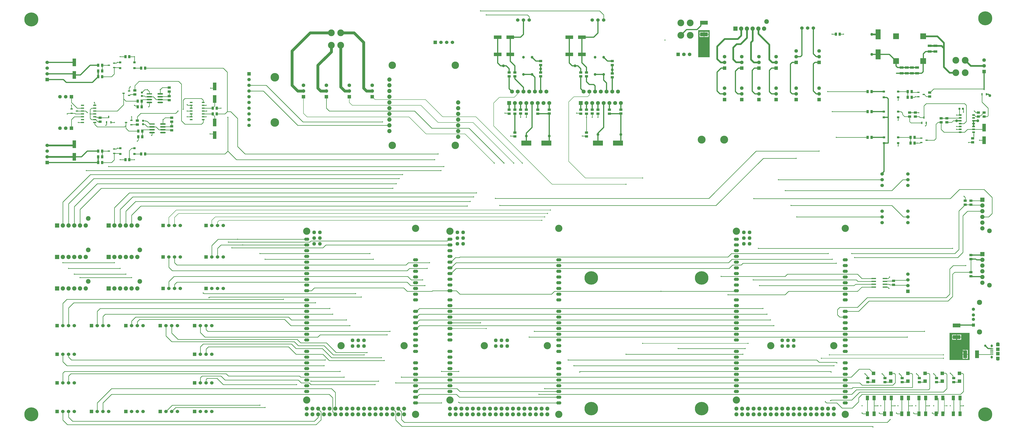
<source format=gbr>
%TF.GenerationSoftware,Altium Limited,Altium Designer,21.6.4 (81)*%
G04 Layer_Physical_Order=1*
G04 Layer_Color=255*
%FSLAX26Y26*%
%MOIN*%
%TF.SameCoordinates,892991E7-994B-4F78-B437-02A20B6E2807*%
%TF.FilePolarity,Positive*%
%TF.FileFunction,Copper,L1,Top,Signal*%
%TF.Part,Single*%
G01*
G75*
%TA.AperFunction,SMDPad,CuDef*%
%ADD10R,0.039370X0.023622*%
%ADD11R,0.051181X0.027559*%
G04:AMPARAMS|DCode=12|XSize=77.559mil|YSize=23.228mil|CornerRadius=2.904mil|HoleSize=0mil|Usage=FLASHONLY|Rotation=0.000|XOffset=0mil|YOffset=0mil|HoleType=Round|Shape=RoundedRectangle|*
%AMROUNDEDRECTD12*
21,1,0.077559,0.017421,0,0,0.0*
21,1,0.071752,0.023228,0,0,0.0*
1,1,0.005807,0.035876,-0.008711*
1,1,0.005807,-0.035876,-0.008711*
1,1,0.005807,-0.035876,0.008711*
1,1,0.005807,0.035876,0.008711*
%
%ADD12ROUNDEDRECTD12*%
%ADD13R,0.057087X0.023622*%
%ADD14R,0.046457X0.022835*%
%ADD15R,0.097211X0.024493*%
G04:AMPARAMS|DCode=16|XSize=97.211mil|YSize=24.493mil|CornerRadius=12.247mil|HoleSize=0mil|Usage=FLASHONLY|Rotation=0.000|XOffset=0mil|YOffset=0mil|HoleType=Round|Shape=RoundedRectangle|*
%AMROUNDEDRECTD16*
21,1,0.097211,0.000000,0,0,0.0*
21,1,0.072718,0.024493,0,0,0.0*
1,1,0.024493,0.036359,0.000000*
1,1,0.024493,-0.036359,0.000000*
1,1,0.024493,-0.036359,0.000000*
1,1,0.024493,0.036359,0.000000*
%
%ADD16ROUNDEDRECTD16*%
%ADD17R,0.065284X0.043523*%
%ADD18R,0.059055X0.059055*%
%ADD19R,0.098425X0.098425*%
%TA.AperFunction,ConnectorPad*%
%ADD20R,0.061024X0.059055*%
G04:AMPARAMS|DCode=21|XSize=15.748mil|YSize=53.15mil|CornerRadius=3.937mil|HoleSize=0mil|Usage=FLASHONLY|Rotation=90.000|XOffset=0mil|YOffset=0mil|HoleType=Round|Shape=RoundedRectangle|*
%AMROUNDEDRECTD21*
21,1,0.015748,0.045276,0,0,90.0*
21,1,0.007874,0.053150,0,0,90.0*
1,1,0.007874,0.022638,0.003937*
1,1,0.007874,0.022638,-0.003937*
1,1,0.007874,-0.022638,-0.003937*
1,1,0.007874,-0.022638,0.003937*
%
%ADD21ROUNDEDRECTD21*%
%TA.AperFunction,SMDPad,CuDef*%
G04:AMPARAMS|DCode=22|XSize=55mil|YSize=43mil|CornerRadius=7.955mil|HoleSize=0mil|Usage=FLASHONLY|Rotation=90.000|XOffset=0mil|YOffset=0mil|HoleType=Round|Shape=RoundedRectangle|*
%AMROUNDEDRECTD22*
21,1,0.055000,0.027090,0,0,90.0*
21,1,0.039090,0.043000,0,0,90.0*
1,1,0.015910,0.013545,0.019545*
1,1,0.015910,0.013545,-0.019545*
1,1,0.015910,-0.013545,-0.019545*
1,1,0.015910,-0.013545,0.019545*
%
%ADD22ROUNDEDRECTD22*%
G04:AMPARAMS|DCode=23|XSize=35mil|YSize=34mil|CornerRadius=5.95mil|HoleSize=0mil|Usage=FLASHONLY|Rotation=270.000|XOffset=0mil|YOffset=0mil|HoleType=Round|Shape=RoundedRectangle|*
%AMROUNDEDRECTD23*
21,1,0.035000,0.022100,0,0,270.0*
21,1,0.023100,0.034000,0,0,270.0*
1,1,0.011900,-0.011050,-0.011550*
1,1,0.011900,-0.011050,0.011550*
1,1,0.011900,0.011050,0.011550*
1,1,0.011900,0.011050,-0.011550*
%
%ADD23ROUNDEDRECTD23*%
%ADD24R,0.055118X0.078740*%
G04:AMPARAMS|DCode=25|XSize=35mil|YSize=34mil|CornerRadius=5.95mil|HoleSize=0mil|Usage=FLASHONLY|Rotation=180.000|XOffset=0mil|YOffset=0mil|HoleType=Round|Shape=RoundedRectangle|*
%AMROUNDEDRECTD25*
21,1,0.035000,0.022100,0,0,180.0*
21,1,0.023100,0.034000,0,0,180.0*
1,1,0.011900,-0.011550,0.011050*
1,1,0.011900,0.011550,0.011050*
1,1,0.011900,0.011550,-0.011050*
1,1,0.011900,-0.011550,-0.011050*
%
%ADD25ROUNDEDRECTD25*%
%ADD26R,0.023622X0.039370*%
G04:AMPARAMS|DCode=27|XSize=55mil|YSize=43mil|CornerRadius=7.955mil|HoleSize=0mil|Usage=FLASHONLY|Rotation=180.000|XOffset=0mil|YOffset=0mil|HoleType=Round|Shape=RoundedRectangle|*
%AMROUNDEDRECTD27*
21,1,0.055000,0.027090,0,0,180.0*
21,1,0.039090,0.043000,0,0,180.0*
1,1,0.015910,-0.019545,0.013545*
1,1,0.015910,0.019545,0.013545*
1,1,0.015910,0.019545,-0.013545*
1,1,0.015910,-0.019545,-0.013545*
%
%ADD27ROUNDEDRECTD27*%
%TA.AperFunction,NonConductor*%
%ADD28C,0.008000*%
%TA.AperFunction,Conductor*%
%ADD29C,0.008000*%
%ADD30C,0.010000*%
%ADD31C,0.030000*%
%ADD32C,0.020000*%
%ADD33C,0.050000*%
%TA.AperFunction,NonConductor*%
%ADD34R,0.061024X0.047244*%
%TA.AperFunction,SMDPad,CuDef*%
%ADD35R,0.043307X0.035433*%
%TA.AperFunction,ComponentPad*%
%ADD36C,0.060000*%
%ADD37R,0.060000X0.060000*%
%ADD38C,0.081102*%
%ADD39C,0.075000*%
%ADD40R,0.075000X0.075000*%
%ADD41C,0.236220*%
%ADD42C,0.047244*%
%ADD43C,0.090551*%
%ADD44C,0.056221*%
%ADD45R,0.056221X0.056221*%
%ADD46C,0.070000*%
%ADD47R,0.070000X0.070000*%
%ADD48C,0.244095*%
%ADD49C,0.118110*%
%ADD50R,0.062992X0.062992*%
%ADD51C,0.062992*%
%ADD52R,0.059055X0.059055*%
%ADD53C,0.059055*%
%ADD54C,0.074000*%
%ADD55C,0.130000*%
G04:AMPARAMS|DCode=56|XSize=37.402mil|YSize=61.024mil|CornerRadius=18.701mil|HoleSize=0mil|Usage=FLASHONLY|Rotation=270.000|XOffset=0mil|YOffset=0mil|HoleType=Round|Shape=RoundedRectangle|*
%AMROUNDEDRECTD56*
21,1,0.037402,0.023622,0,0,270.0*
21,1,0.000000,0.061024,0,0,270.0*
1,1,0.037402,-0.011811,0.000000*
1,1,0.037402,-0.011811,0.000000*
1,1,0.037402,0.011811,0.000000*
1,1,0.037402,0.011811,0.000000*
%
%ADD56ROUNDEDRECTD56*%
G04:AMPARAMS|DCode=57|XSize=49.213mil|YSize=37.402mil|CornerRadius=18.701mil|HoleSize=0mil|Usage=FLASHONLY|Rotation=270.000|XOffset=0mil|YOffset=0mil|HoleType=Round|Shape=RoundedRectangle|*
%AMROUNDEDRECTD57*
21,1,0.049213,0.000000,0,0,270.0*
21,1,0.011811,0.037402,0,0,270.0*
1,1,0.037402,0.000000,-0.005906*
1,1,0.037402,0.000000,0.005906*
1,1,0.037402,0.000000,0.005906*
1,1,0.037402,0.000000,-0.005906*
%
%ADD57ROUNDEDRECTD57*%
%ADD58O,0.089600X0.056000*%
%ADD59C,0.125980*%
G04:AMPARAMS|DCode=60|XSize=66mil|YSize=66mil|CornerRadius=0mil|HoleSize=0mil|Usage=FLASHONLY|Rotation=0.000|XOffset=0mil|YOffset=0mil|HoleType=Round|Shape=Octagon|*
%AMOCTAGOND60*
4,1,8,0.033000,-0.016500,0.033000,0.016500,0.016500,0.033000,-0.016500,0.033000,-0.033000,0.016500,-0.033000,-0.016500,-0.016500,-0.033000,0.016500,-0.033000,0.033000,-0.016500,0.0*
%
%ADD60OCTAGOND60*%

G04:AMPARAMS|DCode=61|XSize=61.02mil|YSize=61.02mil|CornerRadius=0mil|HoleSize=0mil|Usage=FLASHONLY|Rotation=90.000|XOffset=0mil|YOffset=0mil|HoleType=Round|Shape=Octagon|*
%AMOCTAGOND61*
4,1,8,0.015255,0.030510,-0.015255,0.030510,-0.030510,0.015255,-0.030510,-0.015255,-0.015255,-0.030510,0.015255,-0.030510,0.030510,-0.015255,0.030510,0.015255,0.015255,0.030510,0.0*
%
%ADD61OCTAGOND61*%

G04:AMPARAMS|DCode=62|XSize=61.02mil|YSize=61.02mil|CornerRadius=0mil|HoleSize=0mil|Usage=FLASHONLY|Rotation=0.000|XOffset=0mil|YOffset=0mil|HoleType=Round|Shape=Octagon|*
%AMOCTAGOND62*
4,1,8,0.030510,-0.015255,0.030510,0.015255,0.015255,0.030510,-0.015255,0.030510,-0.030510,0.015255,-0.030510,-0.015255,-0.015255,-0.030510,0.015255,-0.030510,0.030510,-0.015255,0.0*
%
%ADD62OCTAGOND62*%

%TA.AperFunction,SMDPad,CuDef*%
%ADD63R,0.062992X0.137795*%
%ADD64R,0.086614X0.173228*%
%TA.AperFunction,ComponentPad*%
%ADD65C,0.137795*%
%TA.AperFunction,SMDPad,CuDef*%
%ADD66R,0.137795X0.070079*%
%ADD67R,0.137795X0.062992*%
%ADD68R,0.173228X0.086614*%
%TA.AperFunction,ComponentPad*%
%ADD69R,0.062992X0.062992*%
%ADD70R,0.060000X0.060000*%
%TA.AperFunction,SMDPad,CuDef*%
%ADD71R,0.070079X0.137795*%
%TA.AperFunction,ComponentPad*%
%ADD72R,0.075000X0.075000*%
%TA.AperFunction,WasherPad*%
%ADD73C,0.150000*%
%TA.AperFunction,ViaPad*%
%ADD74C,0.020000*%
%ADD75C,0.050000*%
%ADD76C,0.040000*%
G36*
X16674999Y1250000D02*
X16325001D01*
Y1725000D01*
X16674999D01*
Y1250000D01*
D02*
G37*
G36*
X12140000Y6540000D02*
X11940000D01*
Y7015000D01*
X12140000D01*
Y6540000D01*
D02*
G37*
%LPC*%
G36*
X16528898Y1695039D02*
X16455000D01*
Y1655000D01*
X16528898D01*
Y1695039D01*
D02*
G37*
G36*
X16445000D02*
X16371101D01*
Y1655000D01*
X16445000D01*
Y1695039D01*
D02*
G37*
G36*
X16528898Y1645000D02*
X16455000D01*
Y1604961D01*
X16528898D01*
Y1645000D01*
D02*
G37*
G36*
X16445000D02*
X16371101D01*
Y1604961D01*
X16445000D01*
Y1645000D01*
D02*
G37*
G36*
X16645039Y1428898D02*
X16605000D01*
Y1355000D01*
X16645039D01*
Y1428898D01*
D02*
G37*
G36*
X16594999D02*
X16554960D01*
Y1355000D01*
X16594999D01*
Y1428898D01*
D02*
G37*
G36*
X16645039Y1345000D02*
X16605000D01*
Y1271102D01*
X16645039D01*
Y1345000D01*
D02*
G37*
G36*
X16594999D02*
X16554960D01*
Y1271102D01*
X16594999D01*
Y1345000D01*
D02*
G37*
G36*
X12118898Y6985039D02*
X12045000D01*
Y6945000D01*
X12118898D01*
Y6985039D01*
D02*
G37*
G36*
X12035000D02*
X11961102D01*
Y6945000D01*
X12035000D01*
Y6985039D01*
D02*
G37*
G36*
X12118898Y6935000D02*
X12045000D01*
Y6894961D01*
X12118898D01*
Y6935000D01*
D02*
G37*
G36*
X12035000D02*
X11961102D01*
Y6894961D01*
X12035000D01*
Y6935000D01*
D02*
G37*
%LPD*%
D10*
X1652756Y6400000D02*
D03*
X1747244Y6437401D02*
D03*
Y6362598D02*
D03*
X15832756Y5127402D02*
D03*
Y5052599D02*
D03*
X15927244Y5090000D02*
D03*
X15782756Y5927402D02*
D03*
Y5852599D02*
D03*
X15877244Y5890000D02*
D03*
X1952756Y5400000D02*
D03*
X2047244Y5437401D02*
D03*
Y5362598D02*
D03*
X2004976Y5875000D02*
D03*
Y5949803D02*
D03*
X1910488Y5912402D02*
D03*
X1002756Y5637402D02*
D03*
Y5562599D02*
D03*
X1097244Y5600000D02*
D03*
X1652756Y4900000D02*
D03*
X1747244Y4937401D02*
D03*
Y4862598D02*
D03*
D11*
X16513859Y5529500D02*
D03*
Y5479500D02*
D03*
Y5429500D02*
D03*
Y5379500D02*
D03*
Y5329500D02*
D03*
Y5279500D02*
D03*
Y5229500D02*
D03*
X16746141Y5529500D02*
D03*
Y5479500D02*
D03*
Y5429500D02*
D03*
Y5379500D02*
D03*
Y5329500D02*
D03*
Y5279500D02*
D03*
Y5229500D02*
D03*
D12*
X15002559Y2675000D02*
D03*
Y2625000D02*
D03*
Y2575000D02*
D03*
Y2525000D02*
D03*
X15197441D02*
D03*
Y2575000D02*
D03*
Y2625000D02*
D03*
Y2675000D02*
D03*
D13*
X1407284Y5400000D02*
D03*
Y5450000D02*
D03*
Y5500000D02*
D03*
Y5550000D02*
D03*
Y5600000D02*
D03*
Y5650000D02*
D03*
Y5700000D02*
D03*
X1192717Y5400000D02*
D03*
Y5450000D02*
D03*
Y5500000D02*
D03*
Y5550000D02*
D03*
Y5600000D02*
D03*
Y5650000D02*
D03*
Y5700000D02*
D03*
D14*
X3300000Y5450000D02*
D03*
Y5500000D02*
D03*
Y5550000D02*
D03*
Y5600000D02*
D03*
Y5650000D02*
D03*
Y5700000D02*
D03*
Y5750000D02*
D03*
X3090551D02*
D03*
Y5700000D02*
D03*
Y5650000D02*
D03*
Y5600000D02*
D03*
Y5550000D02*
D03*
Y5500000D02*
D03*
Y5450000D02*
D03*
D15*
X2359953Y5900000D02*
D03*
X2404976Y5375000D02*
D03*
D16*
X2359953Y5850000D02*
D03*
Y5800000D02*
D03*
Y5750000D02*
D03*
X2550000D02*
D03*
Y5800000D02*
D03*
Y5850000D02*
D03*
Y5900000D02*
D03*
X2595024Y5375000D02*
D03*
Y5325000D02*
D03*
Y5275000D02*
D03*
Y5225000D02*
D03*
X2404976D02*
D03*
Y5275000D02*
D03*
Y5325000D02*
D03*
D17*
X15760000Y6360250D02*
D03*
Y6259749D02*
D03*
X15980000Y6740250D02*
D03*
Y6639749D02*
D03*
X16080000Y6740250D02*
D03*
Y6639749D02*
D03*
X15490000Y6360250D02*
D03*
Y6259749D02*
D03*
X15580000Y6360250D02*
D03*
Y6259749D02*
D03*
X15670000Y6360250D02*
D03*
Y6259749D02*
D03*
D18*
X16500000Y881102D02*
D03*
Y1018898D02*
D03*
X15000000Y881102D02*
D03*
Y1018898D02*
D03*
X15600000D02*
D03*
Y881102D02*
D03*
X15300000D02*
D03*
Y1018898D02*
D03*
X15900000Y881102D02*
D03*
Y1018898D02*
D03*
X16200001Y881102D02*
D03*
Y1018898D02*
D03*
D19*
X15866220Y6906535D02*
D03*
Y6473465D02*
D03*
X15393780D02*
D03*
Y6906535D02*
D03*
D20*
X17170000Y1360630D02*
D03*
Y1439370D02*
D03*
D21*
X17063702Y1451181D02*
D03*
Y1425591D02*
D03*
Y1400000D02*
D03*
Y1374409D02*
D03*
Y1348819D02*
D03*
D22*
X2008500Y6550000D02*
D03*
X1941500D02*
D03*
X14894500Y5140000D02*
D03*
X14965500D02*
D03*
X15715500Y5040000D02*
D03*
X15644500D02*
D03*
Y5140000D02*
D03*
X15715500D02*
D03*
X14894500Y5590000D02*
D03*
X14965500D02*
D03*
X15665500Y5840000D02*
D03*
X15594500D02*
D03*
X14894500Y5940000D02*
D03*
X14965500D02*
D03*
X1535500Y4700000D02*
D03*
X1464500D02*
D03*
Y4800000D02*
D03*
X1535500D02*
D03*
X3464500Y5650000D02*
D03*
X3535500D02*
D03*
X2235500Y5150000D02*
D03*
X2164500D02*
D03*
X2235500Y5250000D02*
D03*
X2164500D02*
D03*
X2214500Y4850000D02*
D03*
X2285500D02*
D03*
X1464500Y6300000D02*
D03*
X1535500D02*
D03*
X1464500Y6400000D02*
D03*
X1535500D02*
D03*
X2225976Y5675000D02*
D03*
X2154976D02*
D03*
Y5775000D02*
D03*
X2225976D02*
D03*
X15594500Y5940000D02*
D03*
X15665500D02*
D03*
X1464500Y6200000D02*
D03*
X1535500D02*
D03*
Y4900000D02*
D03*
X1464500D02*
D03*
X2285500Y6350000D02*
D03*
X2214500D02*
D03*
X3535500Y5550000D02*
D03*
X3464500D02*
D03*
X14408500Y6945000D02*
D03*
X14341500D02*
D03*
X1941500Y4750000D02*
D03*
X2008500D02*
D03*
D23*
X2229976Y5865500D02*
D03*
Y5924500D02*
D03*
X2250000Y5370500D02*
D03*
Y5429500D02*
D03*
D24*
X16390945Y312205D02*
D03*
Y587795D02*
D03*
X16509054Y312205D02*
D03*
Y587795D02*
D03*
X14890945Y312205D02*
D03*
Y587795D02*
D03*
X15009055Y312205D02*
D03*
Y587795D02*
D03*
X15309055Y587801D02*
D03*
Y312211D02*
D03*
X15190945Y587801D02*
D03*
Y312211D02*
D03*
X15490945Y312205D02*
D03*
Y587795D02*
D03*
X15609055Y312205D02*
D03*
Y587795D02*
D03*
X15790945Y312205D02*
D03*
Y587795D02*
D03*
X15909055Y312205D02*
D03*
Y587795D02*
D03*
X16090944Y312208D02*
D03*
Y587798D02*
D03*
X16209055Y312208D02*
D03*
Y587798D02*
D03*
D25*
X16500500Y5640000D02*
D03*
X16559500D02*
D03*
D26*
X16892597Y5892756D02*
D03*
X16967402D02*
D03*
X16930000Y5987244D02*
D03*
X1612598Y5402756D02*
D03*
X1687401D02*
D03*
X1650000Y5497244D02*
D03*
X15842598Y5392756D02*
D03*
X15917401D02*
D03*
X15880000Y5487244D02*
D03*
D27*
X15630000Y5504500D02*
D03*
Y5575500D02*
D03*
X15730000Y5504500D02*
D03*
Y5575500D02*
D03*
X16830000Y5504500D02*
D03*
Y5575500D02*
D03*
X15980000Y5925500D02*
D03*
Y5854500D02*
D03*
X16930000Y5575500D02*
D03*
Y5504500D02*
D03*
X16730000Y5125500D02*
D03*
Y5054500D02*
D03*
X2750000Y5414500D02*
D03*
Y5485500D02*
D03*
X2150000Y5435500D02*
D03*
Y5364500D02*
D03*
X2750000Y5264500D02*
D03*
Y5335500D02*
D03*
X1500000Y5485500D02*
D03*
Y5414500D02*
D03*
X8740000Y5223500D02*
D03*
Y5156500D02*
D03*
X10440000Y6190000D02*
D03*
Y6257000D02*
D03*
X9190000Y6206500D02*
D03*
Y6273500D02*
D03*
X8840000Y5623500D02*
D03*
Y5556500D02*
D03*
X10590000Y5623500D02*
D03*
Y5556500D02*
D03*
X8740000Y6273500D02*
D03*
Y6206500D02*
D03*
X9990000Y6273500D02*
D03*
Y6206500D02*
D03*
X9340000Y5623500D02*
D03*
Y5556500D02*
D03*
X9890000Y6206500D02*
D03*
Y6273500D02*
D03*
X8640000Y6206500D02*
D03*
Y6273500D02*
D03*
X9990000Y5223500D02*
D03*
Y5156500D02*
D03*
X10090000Y5623500D02*
D03*
Y5556500D02*
D03*
X2704976Y5939500D02*
D03*
Y6010500D02*
D03*
X2104976Y5960500D02*
D03*
Y5889500D02*
D03*
X2704976Y5789500D02*
D03*
Y5860500D02*
D03*
X9140000Y5554500D02*
D03*
Y5625500D02*
D03*
X8640000Y5554500D02*
D03*
Y5625500D02*
D03*
X9990000D02*
D03*
Y5554500D02*
D03*
X9890000D02*
D03*
Y5625500D02*
D03*
X10440000Y6404500D02*
D03*
Y6475500D02*
D03*
X10390000Y5554500D02*
D03*
Y5625500D02*
D03*
X10190000Y5554500D02*
D03*
Y5625500D02*
D03*
X8940000Y5554500D02*
D03*
Y5625500D02*
D03*
X8740000D02*
D03*
Y5554500D02*
D03*
X9190000Y6404500D02*
D03*
Y6475500D02*
D03*
X16280001Y5404500D02*
D03*
Y5475500D02*
D03*
X16180000D02*
D03*
Y5404500D02*
D03*
X14900000Y935500D02*
D03*
Y864500D02*
D03*
X15500000D02*
D03*
Y935500D02*
D03*
X15200000D02*
D03*
Y864500D02*
D03*
X15800000Y935500D02*
D03*
Y864500D02*
D03*
X16700001Y3014500D02*
D03*
Y3085500D02*
D03*
Y2785500D02*
D03*
Y2714500D02*
D03*
Y4035500D02*
D03*
Y3964500D02*
D03*
X16600000Y4035500D02*
D03*
Y3964500D02*
D03*
X15350000Y2564500D02*
D03*
Y2635500D02*
D03*
X16100000Y935500D02*
D03*
Y864500D02*
D03*
X16400000Y935500D02*
D03*
Y864500D02*
D03*
D28*
X5106299Y1800000D02*
X5116299D01*
X5106299Y2300000D02*
Y2305000D01*
Y1700000D02*
X5116299D01*
X5106299Y3160000D02*
X5136299D01*
X5106299Y2560000D02*
X5131299D01*
X5106299Y2860000D02*
X5131299Y2850000D01*
X7606299Y2300000D02*
Y2305000D01*
Y1700000D02*
X7616299D01*
X7606299Y3160000D02*
X7636299D01*
X12606299Y1800000D02*
X12616299D01*
X12606299Y2300000D02*
Y2305000D01*
Y1700000D02*
X12616299D01*
X12606299Y3160000D02*
X12636299D01*
X12606299Y2560000D02*
X12631299D01*
X12606299Y2860000D02*
X12631299Y2850000D01*
D29*
X5206299Y400000D02*
Y430000D01*
X7606299Y1800000D02*
X7616299D01*
X7606299Y2560000D02*
X7631299D01*
X7706299Y400000D02*
Y430000D01*
X12706299Y400000D02*
Y430000D01*
X16234039Y450003D02*
X16279997D01*
X16280001Y450000D01*
X7870000Y5200000D02*
X8380000Y4690000D01*
X8010000Y5400000D02*
X8720000Y4690000D01*
X5850000Y5750000D02*
Y5850000D01*
X5900000Y5700000D02*
X7100000D01*
X5850000Y5750000D02*
X5900000Y5700000D01*
X5050000Y5560000D02*
Y5850000D01*
Y5560000D02*
X5113000Y5497000D01*
X6893000D01*
X7190000Y5200000D01*
X8060000Y5500000D02*
X8870000Y4690000D01*
X8370000Y5340000D02*
X9390000Y4320000D01*
X8370000Y5340000D02*
Y5740000D01*
X9390000Y4320000D02*
X10680000D01*
X7480000Y5500000D02*
X8060000D01*
X8470000Y5840000D02*
X8730000D01*
X8370000Y5740000D02*
X8470000Y5840000D01*
X7180000Y5800000D02*
X7480000Y5500000D01*
X6300000Y5800000D02*
X7180000D01*
X6250000Y5850000D02*
X6300000Y5800000D01*
X7400000Y5400000D02*
X8010000D01*
X7100000Y5700000D02*
X7400000Y5400000D01*
X7190000Y5200000D02*
X7870000D01*
X3580000Y3690000D02*
X9210000D01*
X3510000Y3750000D02*
X9260000D01*
X2870000Y3810000D02*
X9310000D01*
X2830000Y3870000D02*
X9360000D01*
X3550000Y3660000D02*
X3580000Y3690000D01*
X3450000D02*
X3510000Y3750000D01*
X2800000Y3740000D02*
X2870000Y3810000D01*
X2700000Y3740000D02*
X2830000Y3870000D01*
X14230000Y1340000D02*
X16219999D01*
X14090000Y1280000D02*
X16219999D01*
X10970000Y1540000D02*
X12810000D01*
X9970000Y4430000D02*
X10970000D01*
X7616299Y1800000D02*
X8240000D01*
X7606299D02*
X7616299D01*
X8240000D02*
X8240000Y1800000D01*
X3550000Y3600000D02*
Y3660000D01*
X3450000Y3600000D02*
Y3690000D01*
X2800000Y3600000D02*
Y3740000D01*
X2700000Y3600000D02*
Y3740000D01*
X8730000Y5840000D02*
X8783000Y5893000D01*
Y5933000D02*
X8790000Y5940000D01*
X8783000Y5893000D02*
Y5933000D01*
X9680000Y4720000D02*
X9970000Y4430000D01*
X9680000Y4720000D02*
Y5760000D01*
X9770000Y5850000D01*
X10010000D01*
X10040000Y5880000D02*
Y5940000D01*
X10010000Y5850000D02*
X10040000Y5880000D01*
X16234039Y450003D02*
Y587798D01*
Y312208D02*
Y450003D01*
D30*
X7606299Y2860000D02*
X7631299Y2850000D01*
X8400000Y4075000D02*
X12125000D01*
X12950000Y4900000D02*
X14050000D01*
X12125000Y4075000D02*
X12950000Y4900000D01*
X12250000Y3950000D02*
X13075000Y4775000D01*
X8475000Y3950000D02*
X12250000D01*
X13075000Y4775000D02*
X13650000D01*
X11290000Y2450000D02*
X11291913Y2451913D01*
X12598212D02*
X12606299Y2460000D01*
X11291913Y2451913D02*
X12598212D01*
X7780000Y2400000D02*
X9380000D01*
X7720000Y2460000D02*
X7780000Y2400000D01*
X7290858Y2450000D02*
X7300858Y2460000D01*
X7720000D01*
X6860000Y2450000D02*
X7290858D01*
X5240000Y2510000D02*
X6800000Y2510000D01*
X5190000Y2460000D02*
X5240000Y2510000D01*
X5106299Y2460000D02*
X5190000D01*
X5560000Y346299D02*
X5606299Y300000D01*
X5500000Y650000D02*
X5560000Y590000D01*
Y346299D02*
Y590000D01*
X3280000Y970000D02*
X3610000D01*
X3680000Y900000D01*
X3250000Y940000D02*
X3280000Y970000D01*
X3370000Y930000D02*
X3540000D01*
X3350000Y910000D02*
X3370000Y930000D01*
X3540000D02*
X3650000Y820000D01*
X4930000D01*
X5150000Y850000D02*
X5180000Y820000D01*
X6300000D01*
X5010000Y850000D02*
X5150000D01*
X4960000Y900000D02*
X5010000Y850000D01*
X5380000Y1450000D02*
X5540000Y1290000D01*
X4840000Y1530000D02*
X4920000Y1450000D01*
X5380000D01*
X5410000Y1500000D02*
X5570000Y1340000D01*
X4890000Y1570000D02*
X4960000Y1500000D01*
X5410000D01*
X3400000Y2340000D02*
X3400858D01*
X3410858Y2350000D02*
X6060000D01*
X3400858Y2340000D02*
X3410858Y2350000D01*
X920000Y2310000D02*
X4700000D01*
X850000Y2240000D02*
X920000Y2310000D01*
X16509054Y450000D02*
X16570000D01*
X3430000Y6000000D02*
X3500000D01*
X3420000Y5200000D02*
X3500000D01*
X16400000Y325000D02*
Y573757D01*
X16509054Y312205D02*
Y450000D01*
Y587795D01*
X1002756Y5562599D02*
X1057402D01*
X1070000Y5550000D01*
X1192717D01*
X14740000Y2100000D02*
X14920000Y2280000D01*
X16299999D02*
X16379999Y2360000D01*
X14920000Y2280000D02*
X16299999D01*
X14893858Y941642D02*
Y966142D01*
Y941642D02*
X14900000Y935500D01*
X14850000Y1010000D02*
X14893858Y966142D01*
X14800000Y810000D02*
X15334142D01*
X14760000Y850000D02*
X14800000Y810000D01*
X6660000Y850000D02*
X14760000D01*
X14740000Y520000D02*
Y590000D01*
X14800000Y650000D02*
X16520000D01*
X14740000Y590000D02*
X14800000Y650000D01*
X14050000Y1210000D02*
X14349142D01*
X14010000Y1250000D02*
X14050000Y1210000D01*
X9670000Y1250000D02*
X14010000D01*
X14250858Y540000D02*
X14260858Y550000D01*
X14620000D01*
X14250000Y540000D02*
X14250858D01*
X14620000Y550000D02*
X14760000Y690000D01*
X1150000Y2690000D02*
X2050000D01*
X3990000Y3260000D02*
X3990000Y3260000D01*
X3610000Y3260000D02*
X3990000D01*
X3990000Y3260000D02*
X3990000Y3260000D01*
X5106299D01*
X3550000Y3200000D02*
X3610000Y3260000D01*
X3560000Y3360000D02*
X3900000D01*
X3900000Y3360000D01*
X3900000Y3360000D01*
X5106299D01*
X3450000Y3250000D02*
X3560000Y3360000D01*
X12520000Y3110000D02*
X14210000D01*
X14200000Y5940000D02*
X14894500D01*
X12530000Y3010000D02*
X14280000D01*
Y5590000D02*
X14894500D01*
X12480000Y2850000D02*
X12540000Y2910000D01*
X12690000D02*
X12720000Y2940000D01*
X12540000Y2910000D02*
X12690000D01*
X12720000Y2940000D02*
X14350000D01*
Y5140000D02*
X14894500D01*
X7940000Y5300000D02*
X8550000Y4690000D01*
X7290000Y5300000D02*
X7940000D01*
X5040000Y5410000D02*
X6430000D01*
X4400000Y6050000D02*
X5040000Y5410000D01*
X5500000Y5600000D02*
X6990000D01*
X5450000Y5650000D02*
X5500000Y5600000D01*
X6990000D02*
X7290000Y5300000D01*
X5450000Y5650000D02*
Y5850000D01*
X4100000Y6050000D02*
X4400000D01*
X4100000Y5950000D02*
X4350000D01*
X4950000Y5350000D02*
X6550000D01*
X4350000Y5950000D02*
X4950000Y5350000D01*
X1650000Y4630000D02*
X7500000D01*
X3880000Y4750000D02*
X7340000D01*
X3730000Y4900000D02*
X3880000Y4750000D01*
X2210000Y3940000D02*
X7910000D01*
X2120000Y4020000D02*
X7960000D01*
X2070000Y4100000D02*
X8020000D01*
X2010000Y4170000D02*
X8070000D01*
X1390000Y4420000D02*
X6720000D01*
X1450000Y4330000D02*
X6670000D01*
X1520000Y4250000D02*
X6610000D01*
X2050000Y3780000D02*
X2210000Y3940000D01*
X1950000Y3850000D02*
X2120000Y4020000D01*
X1850000Y3880000D02*
X2070000Y4100000D01*
X1750000Y3910000D02*
X2010000Y4170000D01*
X1150000Y3880000D02*
X1520000Y4250000D01*
X950000Y3980000D02*
X1390000Y4420000D01*
X1050000Y3930000D02*
X1450000Y4330000D01*
X850000Y4010000D02*
X1330000Y4490000D01*
X6780000D01*
X1050000Y3600000D02*
Y3930000D01*
X1150000Y3600000D02*
Y3880000D01*
X5270000Y120000D02*
X5355858Y205858D01*
Y344142D01*
X930000Y120000D02*
X5270000D01*
X950000Y250000D02*
X1020000Y180000D01*
X5240000D02*
X5306299Y246299D01*
X1020000Y180000D02*
X5240000D01*
X850000Y200000D02*
X930000Y120000D01*
X4290000Y3110000D02*
X6210000D01*
X4380000Y3010000D02*
X6270000D01*
X2650000Y350000D02*
X2760000Y460000D01*
X4290000D01*
X2750000Y350000D02*
X2820000Y420000D01*
X4380000D01*
X14349142Y1210000D02*
X14359142Y1200000D01*
X14360000D01*
X9770000Y1150000D02*
X14310000D01*
X14700000Y730000D02*
X15960000D01*
X14620000Y650000D02*
X14700000Y730000D01*
X9160000Y650000D02*
X14620000D01*
X9260000Y750000D02*
X14620000D01*
X14640000Y770000D02*
X15674142D01*
X14620000Y750000D02*
X14640000Y770000D01*
X14450000Y410000D02*
X14630000D01*
X14740000Y520000D01*
X16219999Y690000D02*
X16280001Y750000D01*
X14760000Y690000D02*
X16219999D01*
X15960000Y730000D02*
X15980000Y750000D01*
X15674142Y770000D02*
X15680000Y775858D01*
Y1000000D01*
X15334142Y810000D02*
X15380000Y855858D01*
X15283398Y864500D02*
X15300000Y881102D01*
X15380000Y855858D02*
Y1000000D01*
X14900000Y864500D02*
X14983398D01*
X15200000D02*
X15283398D01*
X14983398D02*
X15000000Y881102D01*
X6760000Y950000D02*
X14610000D01*
X14750000Y1090000D01*
X14928898D01*
X15000000Y1018898D01*
X6810000Y160000D02*
X15240000D01*
X15290000Y210000D01*
X6760000D02*
X6810000Y160000D01*
X6770000Y90000D02*
X14979142D01*
X6660000Y200000D02*
X6770000Y90000D01*
X14979142D02*
X14989142Y80000D01*
X14990000D01*
X9080000Y1750000D02*
X15890000D01*
X8990000Y1650000D02*
X15590000D01*
X12990000Y3200000D02*
X16379999D01*
X12910000Y4070000D02*
X16340000D01*
X16500000Y4230000D01*
X16930000D01*
X17070000Y4090000D01*
X17010000Y3750000D02*
X17070000Y3810000D01*
Y4090000D01*
X16900000Y3750000D02*
X17010000D01*
X13010000Y2550000D02*
X14660000D01*
X14685000Y2575000D01*
X15002559D01*
X12900000Y2650000D02*
X14700000D01*
X14725000Y2625000D01*
X15002559D01*
X14410000Y2170000D02*
X14720000D01*
X14890000Y2340000D02*
X16270000D01*
X14720000Y2170000D02*
X14890000Y2340000D01*
X14370000Y2130000D02*
X14410000Y2170000D01*
X14370000Y2040000D02*
Y2130000D01*
Y2040000D02*
X14410000Y2000000D01*
X14506299D01*
Y2100000D02*
X14740000D01*
X13560000Y3950000D02*
X15320000D01*
X15520000Y3750000D01*
X15600000D01*
X13660000D02*
X15150000D01*
X13460000Y4210000D02*
X15320000D01*
X15510000Y4400000D02*
X15600000D01*
X15320000Y4210000D02*
X15510000Y4400000D01*
X13340000D02*
X15150000D01*
X13455000Y2710000D02*
X13495000Y2750000D01*
X14720000D01*
X12340000Y2710000D02*
X13455000D01*
X14720000Y2750000D02*
X14795000Y2675000D01*
X15002559D01*
X13456353Y2390000D02*
X13516353Y2450000D01*
X12460000Y2390000D02*
X13456353D01*
X13516353Y2450000D02*
X14720000D01*
X14795000Y2525000D01*
X15002559D01*
X4030000Y4850000D02*
X7400000D01*
X1260000Y4560000D02*
X7450000D01*
X9430000Y2450000D02*
X11290000D01*
X9380000Y2400000D02*
X9430000Y2450000D01*
X6800000Y2510000D02*
X6860000Y2450000D01*
X6920000Y2550000D02*
X7170000D01*
X6860000Y2610000D02*
X6920000Y2550000D01*
X10680000Y1350000D02*
X12720000D01*
X11590000Y1450000D02*
X12760000D01*
X12460000Y3050000D02*
X12520000Y3110000D01*
X12470000Y2950000D02*
X12530000Y3010000D01*
X7770000Y3040000D02*
X7780000Y3050000D01*
X12460000D01*
X7606299Y2960000D02*
X7623099D01*
X7703099Y3040000D01*
X7770000D01*
X7713099Y2950000D02*
X12470000D01*
X7623099Y2860000D02*
X7713099Y2950000D01*
X7606299Y2860000D02*
X7623099D01*
X7713099Y2850000D02*
X12480000D01*
X7623099Y2760000D02*
X7713099Y2850000D01*
X7606299Y2760000D02*
X7623099D01*
X7073099Y1850000D02*
X13260000D01*
X7073099Y1950000D02*
X13200000D01*
X7073099Y2050000D02*
X13140000D01*
X7073099Y2150000D02*
X13070000D01*
X7023099Y2100000D02*
X7073099Y2150000D01*
X7006299Y2100000D02*
X7023099D01*
X7006299Y2000000D02*
X7023099D01*
X7073099Y2050000D01*
X7023099Y1900000D02*
X7073099Y1950000D01*
X7006299Y1900000D02*
X7023099D01*
X7006299Y1800000D02*
X7023099D01*
X7073099Y1850000D01*
X7606299Y1900000D02*
X8140000D01*
X8140000Y1900000D01*
Y7350000D02*
X10220000D01*
X8240000Y7280000D02*
X8960000D01*
X10290000Y7190000D02*
Y7280000D01*
X10220000Y7350000D02*
X10290000Y7280000D01*
X8960000D02*
X8990000Y7250000D01*
Y7190000D02*
Y7250000D01*
X3900000Y4980000D02*
Y5470000D01*
Y4980000D02*
X4030000Y4850000D01*
X3780000Y5590000D02*
X3900000Y5470000D01*
X3720000Y5590000D02*
X3780000D01*
X6840000Y2910000D02*
X6880000Y2950000D01*
X2840000Y2910000D02*
X6840000D01*
X6880000Y2950000D02*
X7250000D01*
X2800000D02*
X2840000Y2910000D01*
X2800000Y2950000D02*
Y3050000D01*
X2760000Y2810000D02*
X6860000D01*
X2700000Y2870000D02*
X2760000Y2810000D01*
X6900000Y2850000D02*
X7210000D01*
X6860000Y2810000D02*
X6900000Y2850000D01*
X2700000Y2870000D02*
Y3050000D01*
X2790000Y2710000D02*
X6870000D01*
X2700000Y2620000D02*
X2790000Y2710000D01*
X6930000Y2650000D02*
X7130000D01*
X6870000Y2710000D02*
X6930000Y2650000D01*
X2700000Y2500000D02*
Y2620000D01*
X2800000Y2570000D02*
X2840000Y2610000D01*
X6860000D01*
X2800000Y2500000D02*
Y2570000D01*
X2050000Y3600000D02*
Y3780000D01*
X1950000Y3600000D02*
Y3850000D01*
X1850000Y3600000D02*
Y3880000D01*
X1750000Y3600000D02*
Y3910000D01*
X7460000Y1050000D02*
X7760000D01*
X7772706Y500000D02*
X9506299D01*
X7762706Y510000D02*
X7772706Y500000D01*
X7760000Y510000D02*
X7762706D01*
X850000Y3600000D02*
Y4010000D01*
X950000Y3600000D02*
Y3980000D01*
X3300000Y2420000D02*
X3300858D01*
X3310858Y2410000D01*
X5960000D01*
X5440000Y3260000D02*
X7606299D01*
X3800000Y3210000D02*
X5390000D01*
X5440000Y3260000D01*
X7558688Y3330000D02*
X7588688Y3360000D01*
X7606299D01*
X5160000Y3310000D02*
X5180000Y3330000D01*
X7558688D01*
X3740000Y3310000D02*
X5160000D01*
X3550000Y3050000D02*
Y3200000D01*
X3450000Y3050000D02*
Y3250000D01*
X2750000Y1570000D02*
X4890000D01*
X2650000Y1670000D02*
X2750000Y1570000D01*
X4920000Y1350000D02*
X5390000D01*
X3390000Y1480000D02*
X4790000D01*
X4920000Y1350000D01*
X2120000Y2000000D02*
X4790000D01*
X4840000Y1950000D02*
X5800000D01*
X4790000Y2000000D02*
X4840000Y1950000D01*
X4720000Y1960000D02*
X4830000Y1850000D01*
X2190000Y1960000D02*
X4720000D01*
X4830000Y1850000D02*
X5860000D01*
X3700000Y1010000D02*
X3740000Y970000D01*
X4980000D01*
X990000Y1010000D02*
X3700000D01*
X3680000Y900000D02*
X4960000D01*
X4980000Y970000D02*
X5000000Y950000D01*
X5760000D01*
X5180000Y880000D02*
X6360000D01*
X3350000Y850000D02*
Y910000D01*
X950000Y970000D02*
X990000Y1010000D01*
X3250000Y850000D02*
Y940000D01*
X850000Y1020000D02*
X880000Y1050000D01*
X5690000D01*
X950000Y850000D02*
Y970000D01*
X850000Y850000D02*
Y1020000D01*
X920000Y1150000D02*
X5410000D01*
X1000000Y1250000D02*
X5430000D01*
X950000Y1300000D02*
X1000000Y1250000D01*
X950000Y1300000D02*
Y1350000D01*
X850000Y1220000D02*
X920000Y1150000D01*
X850000Y1220000D02*
Y1350000D01*
X3300000Y1530000D02*
X4840000D01*
X3250000Y1480000D02*
X3300000Y1530000D01*
X3250000Y1350000D02*
Y1480000D01*
X5540000Y1290000D02*
X6410000D01*
X5500000Y1240000D02*
X6460000D01*
X5390000Y1350000D02*
X5500000Y1240000D01*
X3350000Y1350000D02*
Y1440000D01*
X3390000Y1480000D01*
X5620000Y1380000D02*
X6160000D01*
X2750000Y1720000D02*
Y1850000D01*
X4940000Y1610000D02*
X5000000Y1550000D01*
X5450000D02*
X5620000Y1380000D01*
X2750000Y1720000D02*
X2860000Y1610000D01*
X4940000D01*
X5000000Y1550000D02*
X5450000D01*
X5570000Y1340000D02*
X6110000D01*
X2650000Y1670000D02*
Y1850000D01*
X3250000Y1730000D02*
X3330000Y1650000D01*
X5300000D02*
X5340000Y1690000D01*
X3330000Y1650000D02*
X5300000D01*
X3380000Y1750000D02*
X6560000D01*
X5340000Y1690000D02*
X6510000D01*
X3250000Y1730000D02*
Y1850000D01*
X3350000Y1780000D02*
X3380000Y1750000D01*
X3350000Y1780000D02*
Y1850000D01*
X2150000Y1920000D02*
X2190000Y1960000D01*
X2150000Y1850000D02*
Y1920000D01*
X2050000Y1930000D02*
X2120000Y2000000D01*
X1590000Y2050000D02*
X5560000D01*
X1550000Y2010000D02*
X1590000Y2050000D01*
X2050000Y1850000D02*
Y1930000D01*
X1500000Y2150000D02*
X5510000D01*
X1550000Y1850000D02*
Y2010000D01*
X1450000Y2100000D02*
X1500000Y2150000D01*
X1450000Y1850000D02*
Y2100000D01*
X1040000Y2250000D02*
X5260000D01*
X950000Y2160000D02*
X1040000Y2250000D01*
X950000Y1850000D02*
Y2160000D01*
X850000Y1850000D02*
Y2240000D01*
X5606299Y400000D02*
Y683701D01*
X5540000Y750000D02*
X5606299Y683701D01*
X1450000Y500000D02*
X1700000Y750000D01*
X5540000D01*
X1450000Y350000D02*
Y500000D01*
X9870000Y1040000D02*
X9870858D01*
X9880858Y1050000D02*
X14249142D01*
X9870858Y1040000D02*
X9880858Y1050000D01*
X14249142D02*
X14259142Y1040000D01*
X14260000D01*
X7006299Y500000D02*
X7460000D01*
X7460000Y500000D01*
X7780000Y700000D02*
X9506299D01*
X7073099Y750000D02*
X7730000D01*
X7780000Y700000D01*
X7770000Y600000D02*
X9506299D01*
X7720000Y650000D02*
X7770000Y600000D01*
X7073099Y650000D02*
X7720000D01*
X7023099Y600000D02*
X7073099Y650000D01*
X7006299Y600000D02*
X7023099D01*
X7006299Y700000D02*
X7023099D01*
X7073099Y750000D01*
X16520000Y650000D02*
X16570000Y700000D01*
X15361102Y1018898D02*
X15380000Y1000000D01*
X15300000Y1018898D02*
X15361102D01*
X15600000D02*
X15661102D01*
X15680000Y1000000D01*
X15980000Y750000D02*
Y1000000D01*
X15961102Y1018898D02*
X15980000Y1000000D01*
X15900000Y1018898D02*
X15961102D01*
X16201101Y1020000D02*
X16260000D01*
X16200001Y1018898D02*
X16201101Y1020000D01*
X16260000D02*
X16280001Y1000000D01*
X15150000Y1010000D02*
X15185294Y974706D01*
Y950206D02*
Y974706D01*
Y950206D02*
X15200000Y935500D01*
X15485294Y950206D02*
X15500000Y935500D01*
X15450000Y1010000D02*
X15485294Y974706D01*
Y950206D02*
Y974706D01*
X15785294Y950206D02*
X15800000Y935500D01*
X15750000Y1010000D02*
X15785294Y974706D01*
Y950206D02*
Y974706D01*
X16085295Y950206D02*
X16100000Y935500D01*
X16085295Y950206D02*
Y974706D01*
X16049999Y1010000D02*
X16085295Y974706D01*
X16385294Y950206D02*
Y974706D01*
Y950206D02*
X16400000Y935500D01*
X16340000Y1020000D02*
X16385294Y974706D01*
X16280001Y750000D02*
Y1000000D01*
X16570000Y700000D02*
Y1000000D01*
X16551102Y1018898D02*
X16570000Y1000000D01*
X16500000Y1018898D02*
X16551102D01*
X14180000Y500000D02*
X14360000D01*
X14450000Y410000D01*
X14160000Y520000D02*
X14180000Y500000D01*
X6606299Y400000D02*
X6660000Y346299D01*
Y200000D02*
Y346299D01*
X6760000Y210000D02*
Y346299D01*
X6706299Y400000D02*
X6760000Y346299D01*
X1700000Y650000D02*
X5500000D01*
X1550000Y500000D02*
X1700000Y650000D01*
X1550000Y350000D02*
Y500000D01*
X5306299Y393701D02*
Y400000D01*
Y393701D02*
X5355858Y344142D01*
X850000Y200000D02*
Y350000D01*
X5306299Y246299D02*
Y300000D01*
X950000Y250000D02*
Y350000D01*
X1050000Y2750000D02*
X1950000D01*
X950000Y2850000D02*
X1850000D01*
X850000Y2950000D02*
X1750000D01*
X1700000Y6200000D02*
X1747244Y6247244D01*
Y6362598D01*
Y6437401D02*
X1784696D01*
X1797294Y6450000D01*
X1747244Y6362598D02*
X1837402D01*
X1797294Y6450000D02*
X1800000D01*
X1850000D01*
X1837402Y6362598D02*
X1850000Y6350000D01*
X1535500Y6300000D02*
Y6400000D01*
X1652756D01*
X1535500Y6200000D02*
X1700000D01*
X1000000Y5300000D02*
Y5450000D01*
X1747244Y4747244D02*
Y4862598D01*
X1535500Y4700000D02*
X1700000D01*
X1747244Y4747244D01*
X1120000Y5400000D02*
X1192717D01*
X1407284Y5367717D02*
Y5400000D01*
Y5367717D02*
X1450000Y5325000D01*
X1535500Y4800000D02*
Y4900000D01*
X1652756D01*
X1600000Y5350000D02*
Y5352706D01*
X1612598Y5365304D01*
Y5402756D01*
X1450000Y5325000D02*
X1926378D01*
X1690157Y5400000D02*
X1750000D01*
X1747244Y4937401D02*
X1784696D01*
X1797294Y4950000D01*
X1747244Y4862598D02*
X1839370D01*
X1797294Y4950000D02*
X1800000D01*
X1851968D01*
X1839370Y4862598D02*
X1851968Y4850000D01*
X925000Y5550000D02*
X927706D01*
X940304Y5562599D01*
X1002756D01*
X1000000Y5640158D02*
X1002756Y5637402D01*
X1000000Y5450000D02*
X1050000Y5500000D01*
X1192717D01*
X1097244Y5600000D02*
X1192717D01*
X1250000D01*
X1275000Y5575000D01*
X1325000Y5475000D02*
Y5550000D01*
Y5625000D01*
Y5475000D02*
X1350000Y5450000D01*
X1325000Y5625000D02*
X1350000Y5650000D01*
X1325000Y5550000D02*
X1407284D01*
X1350000Y5450000D02*
X1407284D01*
X1000000Y5640158D02*
Y5700000D01*
Y5750000D02*
Y5850000D01*
Y5750000D02*
X1100000Y5650000D01*
X1192717D01*
X1350000D02*
X1407284D01*
X1400000Y5747294D02*
Y5750000D01*
Y5747294D02*
X1407284Y5740011D01*
Y5700000D02*
Y5740011D01*
Y5500000D02*
X1414094Y5493189D01*
X1407284Y5450000D02*
X1424016D01*
X1430827Y5443189D01*
Y5441173D02*
Y5443189D01*
X1414094Y5493189D02*
X1449811D01*
X1430827Y5441173D02*
X1457500Y5414500D01*
X1449811Y5493189D02*
X1457500Y5485500D01*
X1500000D01*
X1457500Y5414500D02*
X1500000D01*
Y5485500D02*
X1643189D01*
X1407284Y5600000D02*
X1800000D01*
X1643189Y5485500D02*
X1650000Y5492311D01*
Y5497244D01*
X1687401Y5402756D02*
X1690157Y5400000D01*
X1800000Y5600000D02*
X1910488Y5710488D01*
X2008500Y4750000D02*
Y4908500D01*
X2100000Y4850000D02*
X2214500D01*
X2008500Y4908500D02*
X2050000Y4950000D01*
X2100000D01*
X2150000Y5075000D02*
Y5077706D01*
X2164500Y5092206D01*
Y5150000D01*
X2008500Y4750000D02*
X2100000D01*
X1850000D02*
X1941500D01*
X2285500Y4850000D02*
X3680000D01*
X3730000Y4900000D01*
X2400000Y5177706D02*
X2404976Y5182682D01*
X2400000Y5175000D02*
Y5177706D01*
X2000000Y5250000D02*
X2164500D01*
X2235500D02*
Y5254401D01*
X1950000Y5300000D02*
X2000000Y5250000D01*
X1950000Y5300000D02*
Y5348622D01*
X1926378Y5325000D02*
X1950000Y5348622D01*
X2047244Y5362598D02*
X2048195Y5363549D01*
X2149049D01*
X2150000Y5364500D01*
X1950000Y5348622D02*
Y5397244D01*
X1952756Y5400000D01*
X2047244Y5437401D02*
X2050000Y5440157D01*
X2150000Y5435500D02*
Y5500000D01*
X2050000Y5440157D02*
Y5500000D01*
X2150000D02*
X2210000Y5560000D01*
X2140431Y5689545D02*
X2154976Y5675000D01*
X2113161Y5689545D02*
X2140431D01*
X2102706Y5700000D02*
X2113161Y5689545D01*
X2235500Y5150000D02*
Y5250000D01*
X2404976Y5182682D02*
Y5225000D01*
X2235500Y5254401D02*
X2251775Y5270676D01*
X2256176D01*
X2260500Y5275000D01*
X2404976D01*
X2475000Y5325000D02*
X2525000Y5275000D01*
X2325000Y5325000D02*
X2404976D01*
X2475000D01*
X2282000Y5368000D02*
X2325000Y5325000D01*
X2252500Y5368000D02*
X2282000D01*
X2250000Y5370500D02*
X2252500Y5368000D01*
X2368618Y5375000D02*
X2404976D01*
X2320531Y5423087D02*
X2368618Y5375000D01*
X2301913Y5423087D02*
X2320531D01*
X2300000Y5425000D02*
X2301913Y5423087D01*
X2297294Y5425000D02*
X2300000D01*
X2292794Y5429500D02*
X2297294Y5425000D01*
X2250000Y5429500D02*
X2292794D01*
X2210000Y5560000D02*
X2820000D01*
X2350000Y5675000D02*
Y5677706D01*
X2359953Y5687659D01*
X2100000Y5700000D02*
X2102706D01*
X1910488Y5710488D02*
Y5814512D01*
X1950000Y5775000D02*
X2154976D01*
X1910488Y5814512D02*
X1950000Y5775000D01*
X1910488Y5814512D02*
Y5912402D01*
X2004976Y5875000D02*
X2012851D01*
X2027351Y5889500D01*
X2104976D01*
X2004976Y5949803D02*
Y6004976D01*
X2104976Y5960500D02*
Y6044976D01*
X2004976Y6004976D02*
X2025000Y6025000D01*
X2098032Y6450000D02*
X2100000Y6451968D01*
Y6550000D01*
X1850000D02*
X1941500D01*
X2008500D02*
X2100000D01*
X2359953Y5687659D02*
Y5750000D01*
X2225976Y5675000D02*
Y5775000D01*
Y5779401D01*
X2246576Y5800000D01*
X2359953D01*
X2479976D02*
X2550000D01*
X2429976Y5850000D02*
X2479976Y5800000D01*
X2288538Y5850000D02*
X2359953D01*
X2429976D01*
X2273038Y5865500D02*
X2288538Y5850000D01*
X2229976Y5865500D02*
X2273038D01*
X2359953Y5900000D02*
Y5940047D01*
X2229976Y5924500D02*
Y5925000D01*
X2279976Y5975000D01*
X2325000D02*
X2359953Y5940047D01*
X2279976Y5975000D02*
X2325000D01*
X2104976Y6044976D02*
X2180000Y6120000D01*
X2098032Y6350000D02*
X2214500D01*
X2742273Y5272227D02*
X2750000Y5264500D01*
X2597797Y5272227D02*
X2742273D01*
X2595024Y5275000D02*
X2597797Y5272227D01*
X2525000Y5275000D02*
X2595024D01*
Y5325000D02*
X2597797Y5327773D01*
X2742273D01*
X2750000Y5335500D01*
Y5414500D01*
X2920000Y5430000D02*
X2980000Y5370000D01*
X2595024Y5375000D02*
Y5442318D01*
X2600000Y5447294D01*
Y5450000D01*
X2635500Y5485500D01*
X2750000D01*
X3020000Y5500000D02*
X3090551D01*
Y5550000D01*
X2820000Y5560000D02*
X2860000Y5600000D01*
X3730000Y4900000D02*
Y5490000D01*
X2980000Y5370000D02*
X3270000D01*
X3300000Y5400000D01*
Y5450000D01*
X3500000Y5420472D02*
Y5508500D01*
X3300000Y5500000D02*
X3350000D01*
X3458500Y5550000D02*
X3500000Y5508500D01*
X3535500Y5550000D02*
X3680000D01*
X3300000D02*
X3458500D01*
X3680000D02*
X3720000Y5590000D01*
X3300000Y5600000D02*
X3360000D01*
X3020000D02*
X3090551D01*
X3022706Y5710000D02*
X3032706Y5700000D01*
X2950000Y5630000D02*
Y5790000D01*
X3020000Y5710000D02*
X3022706D01*
X2920000Y5430000D02*
Y6070000D01*
X2697249Y5797227D02*
X2704976Y5789500D01*
X2552773Y5797227D02*
X2697249D01*
X2550000Y5800000D02*
X2552773Y5797227D01*
X2950000Y5790000D02*
X2980000Y5820000D01*
X2550000Y5850000D02*
X2552773Y5852773D01*
X2697249D01*
X2704976Y5860500D01*
Y5939500D01*
X2550000Y5900000D02*
Y5975000D01*
X2585500Y6010500D01*
X2704976D01*
X2870000Y6120000D02*
X2920000Y6070000D01*
X2180000Y6120000D02*
X2870000D01*
X2285500Y6350000D02*
X3650000D01*
X3300000Y5650000D02*
X3464500D01*
X3535500D02*
X3610000D01*
X3464500D02*
Y5656000D01*
X3500000Y5691500D01*
X3090551Y5650000D02*
Y5700000D01*
X3032706D02*
X3090551D01*
X3300000D02*
X3350000D01*
X3500000Y5691500D02*
Y5779528D01*
X3300000Y5750000D02*
Y5790000D01*
X3270000Y5820000D02*
X3300000Y5790000D01*
X2980000Y5820000D02*
X3270000D01*
X3720000Y5590000D02*
Y6280000D01*
X3650000Y6350000D02*
X3720000Y6280000D01*
X15009055Y587795D02*
Y599606D01*
Y450000D02*
Y587795D01*
X14620000Y3110000D02*
X16420000Y3110000D01*
X16490000Y3180000D01*
Y3854500D01*
X16595598Y3964500D02*
X16600000D01*
X16579325Y3948225D02*
X16595598Y3964500D01*
X16579325Y3943824D02*
Y3948225D01*
X16490000Y3854500D02*
X16579325Y3943824D01*
X14670000Y3040000D02*
X16469999Y3040000D01*
X16389999Y2900000D02*
X16610001D01*
X16330000Y2840000D02*
X16389999Y2900000D01*
X16330000Y2400000D02*
Y2840000D01*
X16469999Y3040000D02*
X16559999Y3130000D01*
X16700001Y2785500D02*
Y3014500D01*
X16559999Y3130000D02*
Y3770000D01*
X16639999Y3850000D02*
X16900000D01*
X16559999Y3770000D02*
X16639999Y3850000D01*
X16600000Y3964500D02*
X16700001D01*
X16580000Y4110000D02*
X16600000Y4090000D01*
Y4035500D02*
Y4090000D01*
X16707251Y3957250D02*
X16892750D01*
X16900000Y3950000D01*
X16700001Y3964500D02*
X16707251Y3957250D01*
X16700001Y4035500D02*
X16885500D01*
X16900000Y4050000D01*
X16892750Y3657250D02*
X16900000Y3650000D01*
X16592751Y4042750D02*
X16600000Y4035500D01*
X16270000Y2340000D02*
X16330000Y2400000D01*
X16379999Y2360000D02*
Y2750000D01*
X16415501Y2785500D02*
X16700001D01*
X16379999Y2750000D02*
X16415501Y2785500D01*
X15197441Y2525000D02*
X15197803Y2524637D01*
X15245363D01*
X15270000Y2500000D01*
X15197441Y2675000D02*
X15255000D01*
X15280000Y2700000D01*
X15592750Y2642750D02*
X15600000Y2650000D01*
X15350000Y2635500D02*
X15357250Y2642750D01*
X15592750D01*
X15344750Y2630250D02*
X15350000Y2635500D01*
X15197441Y2625000D02*
X15202691Y2630250D01*
X15344750D01*
X15270916Y2575000D02*
X15281416Y2564500D01*
X15350000D01*
X15197441Y2575000D02*
X15270916D01*
X15357250Y2557250D02*
X15592750D01*
X15600000Y2550000D01*
X15350000Y2564500D02*
X15357250Y2557250D01*
X14275000Y6945000D02*
X14341500D01*
X14408500D02*
X14475000D01*
X16400000Y864500D02*
X16483398D01*
X16500000Y881102D01*
X15500000Y864500D02*
X15583398D01*
X15600000Y881102D01*
X17000000Y5520000D02*
Y5650000D01*
X16930000Y5504500D02*
X16984501D01*
X17000000Y5520000D01*
X16892597Y5757402D02*
X17000000Y5650000D01*
X16924000Y5575500D02*
X16930000D01*
X16844675Y5519176D02*
X16867676D01*
X16924000Y5575500D01*
X16746141Y5529500D02*
X16757954D01*
X16620001Y5420000D02*
Y5700000D01*
X16748087Y5141775D02*
Y5178087D01*
X16731812Y5125500D02*
X16748087Y5141775D01*
Y5178087D02*
X16750000Y5180000D01*
X16730000Y5125500D02*
X16731812D01*
X16850000Y5090000D02*
X16930000D01*
X16660000Y5050000D02*
X16664499Y5054500D01*
X16730000D01*
X16930000Y5305996D02*
Y5310472D01*
X16903503Y5279500D02*
X16930000Y5305996D01*
X16280001Y5475500D02*
X16282000Y5477500D01*
X15917401Y5355108D02*
Y5392756D01*
X15905000Y5342706D02*
X15917401Y5355108D01*
X16090000Y5120000D02*
Y5370000D01*
X16059999Y5090000D02*
X16090000Y5120000D01*
X16180000Y5475500D02*
X16280001D01*
X16124500Y5404500D02*
X16180000D01*
X16090000Y5370000D02*
X16124500Y5404500D01*
X16180000Y5280000D02*
Y5404500D01*
Y5280000D02*
X16230499Y5229500D01*
X16639500Y5279500D02*
X16746141D01*
X16750000Y5180000D02*
Y5225642D01*
X16746141Y5229500D02*
X16750000Y5225642D01*
X16513859Y5229500D02*
X16589500D01*
X16639500Y5279500D01*
X16230499Y5229500D02*
X16513859D01*
X16450251Y5279750D02*
X16513609D01*
X16450001Y5330000D02*
X16450251Y5329750D01*
X16513609D02*
X16513859Y5329500D01*
X16450251Y5329750D02*
X16513609D01*
Y5279750D02*
X16513859Y5279500D01*
X16450001Y5280000D02*
X16450251Y5279750D01*
X16500500Y5538280D02*
Y5640000D01*
X16568087Y5581913D02*
X16570000Y5580000D01*
X16500500Y5538280D02*
X16509029Y5529750D01*
X16513609D01*
X16568087Y5581913D02*
Y5631413D01*
X16559500Y5640000D02*
X16568087Y5631413D01*
X16590000Y5730000D02*
X16620001Y5700000D01*
X15920000Y5730000D02*
X16590000D01*
X16513609Y5529750D02*
X16513859Y5529500D01*
X16450001Y5530000D02*
X16450251Y5529750D01*
X16509029D01*
X16282000Y5477500D02*
X16511858D01*
X16513859Y5479500D01*
X16364500Y5404500D02*
X16389999Y5430000D01*
X16746141Y5279500D02*
X16903503D01*
X16579500Y5379500D02*
X16620001Y5420000D01*
X16513859Y5379500D02*
X16579500D01*
X16280001Y5404500D02*
X16364500D01*
X16389999Y5430000D02*
X16450001D01*
X15787294Y5570000D02*
X15790000D01*
X15652244Y5392756D02*
X15842598D01*
X15796766Y5504500D02*
X15814022Y5487244D01*
X15730000Y5504500D02*
X15796766D01*
X15814022Y5487244D02*
X15880000D01*
X15630000Y5415000D02*
Y5504500D01*
Y5415000D02*
X15652244Y5392756D01*
X15905000Y5340000D02*
Y5342706D01*
X16047745Y5987244D02*
X16930000D01*
X15986000Y5925500D02*
X16047745Y5987244D01*
X16892597Y5757402D02*
Y5892756D01*
X15428031Y5840000D02*
X15430000Y5838032D01*
Y5790000D02*
Y5838032D01*
X15428031Y5940000D02*
X15594500D01*
X15728098Y5127402D02*
X15832756D01*
X15715500Y5140000D02*
X15728098Y5127402D01*
X15927244Y5090000D02*
X16059999D01*
X15715500Y5040000D02*
X15763892D01*
X15430000Y5140000D02*
X15644500D01*
Y5040000D02*
Y5140000D01*
X16784500Y5575500D02*
X16830000D01*
X16760000Y5600000D02*
X16784500Y5575500D01*
X15781457Y5851299D02*
X15782756Y5852599D01*
X15731299Y5851299D02*
X15781457D01*
X15678098Y5927402D02*
X15782756D01*
X15781794Y5575500D02*
X15787294Y5570000D01*
X15630000Y5575500D02*
X15730000D01*
X15781794D01*
X15920618Y5854500D02*
X15980000D01*
Y5925500D02*
X15986000D01*
X15880000Y5487244D02*
Y5690000D01*
X15428031Y5490000D02*
X15430000Y5488032D01*
X15428031Y5590000D02*
X15480000D01*
X15505000Y5565000D01*
Y5540000D02*
X15540500Y5504500D01*
X15505000Y5540000D02*
Y5565000D01*
X15430000Y5440000D02*
Y5488032D01*
X15540500Y5504500D02*
X15630000D01*
X15763892Y5040000D02*
X15812283D01*
X15824882Y5052599D02*
X15832756D01*
X15812283Y5040000D02*
X15824882Y5052599D01*
X15730000Y5850000D02*
X15731299Y5851299D01*
X15594500Y5840000D02*
Y5940000D01*
X15727294Y5850000D02*
X15730000D01*
X15717294Y5840000D02*
X15727294Y5850000D01*
X15665500Y5840000D02*
X15717294D01*
X15665500Y5940000D02*
X15678098Y5927402D01*
X16757954Y5529500D02*
X16782953Y5504500D01*
X16830000D01*
X16844675Y5519176D01*
X15430000Y4990000D02*
Y5040000D01*
X15885118Y5890000D02*
X15920618Y5854500D01*
X15877244Y5890000D02*
X15885118D01*
X15880000Y5690000D02*
X15920000Y5730000D01*
X8940000Y5490000D02*
Y5554500D01*
X8731500Y5165000D02*
X8740000Y5156500D01*
X8665000Y5165000D02*
X8731500D01*
X8629500Y5565000D02*
X8640000Y5554500D01*
X8565000Y5565000D02*
X8629500D01*
X8840000Y5490000D02*
Y5556500D01*
X9990000Y5490000D02*
Y5554500D01*
Y5223500D02*
Y5490000D01*
X10190000D02*
Y5554500D01*
X9981500Y5165000D02*
X9990000Y5156500D01*
X9915000Y5165000D02*
X9981500D01*
X9879500Y5565000D02*
X9890000Y5554500D01*
X9815000Y5565000D02*
X9879500D01*
X10090000Y5490000D02*
Y5556500D01*
X15909055Y450000D02*
Y587795D01*
Y312205D02*
Y450000D01*
X15975000D01*
X15609055D02*
Y587795D01*
Y312205D02*
Y450000D01*
X15675000D01*
X15309055Y450006D02*
Y587801D01*
Y312211D02*
Y450006D01*
X15374994D01*
X15375000Y450000D01*
X16115931Y587798D02*
X16125000Y578729D01*
X16115931Y312208D02*
X16125000Y321278D01*
Y578729D01*
X16040501Y312205D02*
X16120464D01*
X16025000Y325000D02*
X16027706D01*
X16040501Y312205D01*
X15009055D02*
Y450000D01*
X15075000D01*
X16100000Y864500D02*
X16183397D01*
X16200001Y881102D01*
X15800000Y864500D02*
X15883398D01*
X15900000Y881102D01*
X16807087Y1348819D02*
X17063702D01*
X16805906Y1350000D02*
X16807087Y1348819D01*
X15790945Y312205D02*
Y587795D01*
X15712795Y312205D02*
X15790945D01*
X15700000Y325000D02*
X15712795Y312205D01*
X15490945D02*
Y587795D01*
X15412795Y312205D02*
X15490945D01*
X15400000Y325000D02*
X15412795Y312205D01*
X15190945Y312211D02*
Y587801D01*
X15112795Y312211D02*
X15190945D01*
X15100000Y325006D02*
X15112795Y312211D01*
X14800000Y325000D02*
X14812795Y312205D01*
X14890945D01*
Y587795D01*
D31*
X13229921Y6450000D02*
X13300000D01*
X13180000Y6499921D02*
X13229921Y6450000D01*
X13180000Y6499921D02*
Y6760000D01*
X12990000Y6950000D02*
X13180000Y6760000D01*
X12990000Y6950000D02*
Y7040000D01*
X12860000Y6500000D02*
X12910000Y6450000D01*
X13000000D01*
X12860000Y6500000D02*
Y6800000D01*
X12890000Y6830000D02*
Y7040000D01*
X12860000Y6800000D02*
X12890000Y6830000D01*
X12695278Y6454722D02*
X12700000Y6450000D01*
X12599997Y6454722D02*
X12695278D01*
X12550000Y6504719D02*
X12599997Y6454722D01*
X12550000Y6504719D02*
Y6710000D01*
X12610000Y6770000D01*
X12680000D01*
X12790000Y6880000D02*
Y7040000D01*
X12680000Y6770000D02*
X12790000Y6880000D01*
X12331293Y6450000D02*
X12400000D01*
X12270000Y6511293D02*
X12331293Y6450000D01*
X12270000Y6511293D02*
Y6730000D01*
X12400000Y6860000D01*
X12630000D01*
X12690000Y6920000D01*
Y7040000D01*
X575000Y5000000D02*
X1033504D01*
X575000Y4800000D02*
X1050000D01*
X1033504Y5000000D02*
X1050000Y5016496D01*
Y5020472D01*
X16225000Y6700000D02*
Y6795000D01*
Y6370000D02*
Y6700000D01*
X16080000Y6740250D02*
X16184750D01*
X15980000D02*
X16080000D01*
X16184750D02*
X16225000Y6700000D01*
X16696535Y6390000D02*
X16930000D01*
X16600000Y6486535D02*
X16696535Y6390000D01*
X15866220Y6906535D02*
X16113464D01*
X16225000Y6795000D01*
Y6370000D02*
X16325001Y6270000D01*
X16434647D01*
X14970000Y6940000D02*
X14970394Y6940394D01*
X15080000D01*
D32*
X13219332Y5900000D02*
X13300000D01*
X13180709Y5938624D02*
X13219332Y5900000D01*
X13180709Y5938624D02*
Y6311713D01*
X13218996Y6350000D01*
X13300000D01*
X12880709Y5949291D02*
X12930000Y5900000D01*
X13000000D01*
X12880709Y5949291D02*
Y6311713D01*
X12918996Y6350000D01*
X13000000D01*
X12629921Y5900000D02*
X12700000D01*
X12590000Y5939921D02*
X12629921Y5900000D01*
X12590000Y5939921D02*
Y6297090D01*
X12642910Y6350000D02*
X12700000D01*
X12590000Y6297090D02*
X12642910Y6350000D01*
X12320000Y5900000D02*
X12400000D01*
X12270000Y5950000D02*
X12320000Y5900000D01*
X12270000Y5950000D02*
Y6280000D01*
X12340000Y6350000D01*
X12400000D01*
X10590000Y5190000D02*
Y5556500D01*
Y5073307D02*
Y5190000D01*
X9340000Y5165000D02*
Y5556500D01*
Y5073307D02*
Y5165000D01*
X12011858Y7145905D02*
X12040000D01*
X11986818Y7120866D02*
X12011858Y7145905D01*
X11734646Y7025000D02*
X11919094D01*
X11986818Y7092724D02*
Y7120866D01*
X11919094Y7025000D02*
X11986818Y7092724D01*
X14000000Y5900000D02*
X14050000D01*
X13950000Y5950000D02*
X14000000Y5900000D01*
X13950000Y5950000D02*
Y6425000D01*
X13579921Y5900000D02*
X13650000D01*
X13550000Y5929921D02*
X13579921Y5900000D01*
X14000000Y6550000D02*
X14050000D01*
X13950000Y6600000D02*
X14000000Y6550000D01*
X13950000Y6600000D02*
Y7050000D01*
X13579921Y6450000D02*
X13650000D01*
X13550000Y5929921D02*
Y6420079D01*
X13579921Y6450000D01*
X13950000Y6425000D02*
X13975000Y6450000D01*
X14050000D01*
X13750000Y6575000D02*
Y7050000D01*
X13725000Y6550000D02*
X13750000Y6575000D01*
X13650000Y6550000D02*
X13725000D01*
X9190000Y5940000D02*
Y6206500D01*
X8640000Y5990000D02*
X8690000Y5940000D01*
X8890000D02*
Y6015000D01*
X15150000Y4510824D02*
X15181969Y4542792D01*
Y5040000D01*
X15150000Y4500000D02*
Y4510824D01*
X1447000Y6182500D02*
X1453000D01*
X1464500Y6194000D01*
Y6200000D01*
Y6300000D01*
X575000Y4700000D02*
X1464500D01*
X1050000Y4800000D02*
X1175000D01*
X1464500Y4700000D02*
Y4800000D01*
X1175000D02*
X1275000Y4900000D01*
X1464500D01*
X575000Y6150000D02*
X860000D01*
X575000Y6250000D02*
X1029528D01*
X575000Y6450000D02*
X1050000D01*
X860000Y6150000D02*
X910000Y6100000D01*
X1029528Y6250000D02*
X1050000Y6229528D01*
X1154528D01*
X910000Y6100000D02*
X1364500D01*
X1154528Y6229528D02*
X1325000Y6400000D01*
X1464500D01*
X1364500Y6100000D02*
X1447000Y6182500D01*
X15400000Y6260000D02*
X15400251Y6259749D01*
X15490000D01*
X15080000Y6590000D02*
X15277244D01*
X15393780Y6473465D01*
X15980000Y6639749D02*
X16080000D01*
X15909749D02*
X15980000D01*
X15870000Y6477244D02*
Y6600000D01*
X15866220Y6473465D02*
X15870000Y6477244D01*
Y6600000D02*
X15909749Y6639749D01*
X15760000Y6259749D02*
X15839749D01*
X15670000D02*
X15760000D01*
X15580000D02*
X15670000D01*
X15490000D02*
X15580000D01*
X15866220Y6286221D02*
Y6473465D01*
X15839749Y6259749D02*
X15866220Y6286221D01*
X15670000Y6360250D02*
X15760000D01*
X15580000D02*
X15670000D01*
X15490000D02*
X15580000D01*
X15419750D02*
X15490000D01*
X15393780Y6386221D02*
Y6473465D01*
Y6386221D02*
X15419750Y6360250D01*
X16797546Y3000000D02*
X16900000D01*
X16783047Y3014500D02*
X16797546Y3000000D01*
X16700001Y3014500D02*
X16783047D01*
X11634646Y6925000D02*
X11734646Y7025000D01*
X16450001Y5430000D02*
X16450500Y5429500D01*
X16746141D02*
X16809500D01*
X16746141Y5329500D02*
Y5379500D01*
Y5429500D01*
X16450500D02*
X16513859D01*
X16930000Y5987244D02*
Y6290000D01*
X17007244Y5892756D02*
X17030001Y5870000D01*
X16967402Y5892756D02*
X17007244D01*
X15181969Y5040000D02*
X15255000D01*
X14965500Y5140000D02*
X15181969D01*
X15180000Y5490000D02*
X15255000D01*
X15181654Y5838346D02*
X15231654D01*
X15180000Y5840000D02*
X15181654Y5838346D01*
X15231654D02*
X15255000Y5815000D01*
Y5490000D02*
Y5815000D01*
Y5040000D02*
Y5490000D01*
X14970000Y6590000D02*
X15080000D01*
X14965500Y5940000D02*
X15180000D01*
X14965500Y5590000D02*
X15180000D01*
X8740000Y5490000D02*
Y5554500D01*
Y5223500D02*
Y5490000D01*
X8640000Y5625500D02*
Y5740000D01*
X8740000Y5625500D02*
Y5740000D01*
X8840000Y5623500D02*
Y5740000D01*
X8940000Y5625500D02*
Y5740000D01*
X9140000Y5625500D02*
Y5740000D01*
X9340000Y5623500D02*
Y5740000D01*
X9306693Y5040000D02*
X9340000Y5073307D01*
X9290394Y5040000D02*
X9306693D01*
X9140000Y5554500D02*
X9141000Y5555500D01*
X9339000D01*
X9340000Y5556500D01*
X10190000Y5625500D02*
Y5740000D01*
X9890000Y5625500D02*
Y5740000D01*
X9990000Y5625500D02*
Y5740000D01*
X10090000Y5623500D02*
Y5740000D01*
X10390000Y5625500D02*
Y5740000D01*
X10590000Y5623500D02*
Y5740000D01*
X10556693Y5040000D02*
X10590000Y5073307D01*
X10540394Y5040000D02*
X10556693D01*
X10589000Y5555500D02*
X10590000Y5556500D01*
X10390000Y5554500D02*
X10391000Y5555500D01*
X10589000D01*
X10290000Y6540000D02*
X10354500Y6475500D01*
X10440000D01*
X9190000Y6339000D02*
Y6404500D01*
Y6273500D02*
Y6339000D01*
X9740000Y6390000D02*
X9790000D01*
X9840000D01*
X10440000Y6322500D02*
Y6404500D01*
Y6257000D02*
Y6322500D01*
X8490000Y6390000D02*
X8540000D01*
X8590000D01*
X10440000Y5940000D02*
Y6190000D01*
X10140000Y6240000D02*
X10290000D01*
Y6140000D02*
Y6240000D01*
X10340000Y5940000D02*
Y6090000D01*
X10290000Y6140000D02*
X10340000Y6090000D01*
X10140000Y5940000D02*
Y6040000D01*
X10040000Y6065000D02*
X10115000D01*
X10140000Y6040000D01*
X9990000Y6115000D02*
Y6206500D01*
Y6115000D02*
X10040000Y6065000D01*
X9890000Y5990000D02*
X9940000Y5940000D01*
X9890000Y5990000D02*
Y6206500D01*
Y6273500D02*
Y6340000D01*
X9840000Y6390000D02*
X9890000Y6340000D01*
X9690000Y6440000D02*
X9740000Y6390000D01*
X9690000Y6440000D02*
Y6590000D01*
Y6890000D01*
X9910472D02*
X10115000D01*
X10190000Y6965000D01*
Y7190000D01*
X9910472Y6590000D02*
Y6890000D01*
Y6444528D02*
Y6590000D01*
Y6444528D02*
X9990000Y6365000D01*
Y6273500D02*
Y6365000D01*
X8640000Y5990000D02*
Y6206500D01*
X8740000Y6165000D02*
X8890000Y6015000D01*
X8740000Y6165000D02*
Y6206500D01*
X8440000Y6590000D02*
Y6890000D01*
Y6440000D02*
Y6590000D01*
Y6440000D02*
X8490000Y6390000D01*
X8590000D02*
X8640000Y6340000D01*
Y6273500D02*
Y6340000D01*
X9040000Y6540000D02*
X9104500Y6475500D01*
X9190000D01*
X9040000Y6240000D02*
X9090000Y6190000D01*
Y5940000D02*
Y6190000D01*
X8890000Y6240000D02*
X9040000D01*
X8740000Y6273500D02*
Y6390000D01*
X8660472Y6469528D02*
Y6590000D01*
Y6469528D02*
X8740000Y6390000D01*
X8660472Y6590000D02*
Y6890000D01*
X8840000D01*
X8890000Y6940000D01*
Y7190000D01*
X8940000Y5040000D02*
Y5215000D01*
X9040000Y5315000D01*
Y5740000D01*
X10190000Y5215000D02*
X10290000Y5315000D01*
X10190000Y5040000D02*
Y5215000D01*
X10290000Y5315000D02*
Y5740000D01*
X16950001Y1500000D02*
X16998819Y1451181D01*
X17063702D01*
X16700001Y2714500D02*
X16707251Y2707250D01*
X16892750D01*
X16900000Y2700000D01*
X16885500Y3085500D02*
X16900000Y3100000D01*
X16700001Y3085500D02*
X16885500D01*
X16456299Y1862205D02*
X16743702D01*
X16450001Y1855906D02*
X16456299Y1862205D01*
X16450001Y1450000D02*
Y1650000D01*
X16574961Y1408898D02*
X16600000Y1383858D01*
X16491102Y1408898D02*
X16574961D01*
X16450001Y1450000D02*
X16491102Y1408898D01*
X16600000Y1350000D02*
Y1383858D01*
D33*
X4850000Y6050000D02*
Y6650000D01*
Y6050000D02*
X4950000Y5950000D01*
X4850000Y6650000D02*
X5166535Y6966535D01*
X5700000D02*
X5933465D01*
X6100000Y6000000D02*
Y6800000D01*
X5933465Y6966535D02*
X6100000Y6800000D01*
X6150000Y5950000D02*
X6250000D01*
X6100000Y6000000D02*
X6150000Y5950000D01*
X5166535Y6966535D02*
X5534646D01*
X4950000Y5950000D02*
X5050000D01*
X5300000Y6400000D02*
X5534646Y6634646D01*
Y6750000D01*
X5300000Y6000000D02*
Y6400000D01*
X5350000Y5950000D02*
X5450000D01*
X5300000Y6000000D02*
X5350000Y5950000D01*
X5700000Y6020627D02*
Y6750000D01*
Y6020627D02*
X5770627Y5950000D01*
X5850000D01*
D34*
X17170000Y1285828D02*
D03*
Y1514173D02*
D03*
D35*
X2098032Y6350000D02*
D03*
Y6450000D02*
D03*
X1850000Y6350000D02*
D03*
Y6450000D02*
D03*
X15430000Y5040000D02*
D03*
Y5140000D02*
D03*
X15181969Y5040000D02*
D03*
Y5140000D02*
D03*
X15428031Y5490000D02*
D03*
Y5590000D02*
D03*
X15180000Y5490000D02*
D03*
Y5590000D02*
D03*
X15428031Y5840000D02*
D03*
Y5940000D02*
D03*
X15180000Y5840000D02*
D03*
Y5940000D02*
D03*
X1851968Y4950000D02*
D03*
Y4850000D02*
D03*
X2100000Y4950000D02*
D03*
Y4850000D02*
D03*
D36*
X3650000Y2500000D02*
D03*
X3550000D02*
D03*
X3450000D02*
D03*
X13750000Y7050000D02*
D03*
X13850000D02*
D03*
X13950000D02*
D03*
X575000Y4800000D02*
D03*
Y4900000D02*
D03*
Y5000000D02*
D03*
Y6450000D02*
D03*
Y6350000D02*
D03*
Y6250000D02*
D03*
X3450000Y1850000D02*
D03*
X3350000D02*
D03*
X3250000D02*
D03*
X850000D02*
D03*
X950000D02*
D03*
X1050000D02*
D03*
X1450000D02*
D03*
X1550000D02*
D03*
X1650000D02*
D03*
X2050000D02*
D03*
X2150000D02*
D03*
X2250000D02*
D03*
X2650000D02*
D03*
X2750000D02*
D03*
X2850000D02*
D03*
X3250000Y1350000D02*
D03*
X3350000D02*
D03*
X3450000D02*
D03*
X1050000Y350000D02*
D03*
X950000D02*
D03*
X850000D02*
D03*
X1650000D02*
D03*
X1550000D02*
D03*
X1450000D02*
D03*
X2250000D02*
D03*
X2150000D02*
D03*
X2050000D02*
D03*
X2850000D02*
D03*
X2750000D02*
D03*
X2650000D02*
D03*
X850000Y1350000D02*
D03*
X950000D02*
D03*
X1050000D02*
D03*
X850000Y850000D02*
D03*
X950000D02*
D03*
X1050000D02*
D03*
X3250000Y350000D02*
D03*
X3350000D02*
D03*
X3450000D02*
D03*
X3250000Y850000D02*
D03*
X3350000D02*
D03*
X3450000D02*
D03*
X7450000Y6800000D02*
D03*
X7550000D02*
D03*
X7650000D02*
D03*
X2700000Y2500000D02*
D03*
X2800000D02*
D03*
X2900000D02*
D03*
X2700000Y3050000D02*
D03*
X2800000D02*
D03*
X2900000D02*
D03*
X2700000Y3600000D02*
D03*
X2800000D02*
D03*
X2900000D02*
D03*
X3650000D02*
D03*
X3550000D02*
D03*
X3450000D02*
D03*
X3650000Y3050000D02*
D03*
X3550000D02*
D03*
X3450000D02*
D03*
X10090000Y7190000D02*
D03*
X10190000D02*
D03*
X10290000D02*
D03*
X8790000D02*
D03*
X8890000D02*
D03*
X8990000D02*
D03*
X15600000Y2550000D02*
D03*
Y2650000D02*
D03*
Y2750000D02*
D03*
Y3850000D02*
D03*
Y3750000D02*
D03*
Y3650000D02*
D03*
X15150000D02*
D03*
Y3750000D02*
D03*
Y3850000D02*
D03*
Y4300000D02*
D03*
Y4400000D02*
D03*
Y4500000D02*
D03*
X15600000Y4300000D02*
D03*
Y4400000D02*
D03*
Y4500000D02*
D03*
D37*
X3350000Y2500000D02*
D03*
X3150000Y1850000D02*
D03*
X750000D02*
D03*
X1350000D02*
D03*
X1950000D02*
D03*
X2550000D02*
D03*
X3150000Y1350000D02*
D03*
X750000Y350000D02*
D03*
X1350000D02*
D03*
X1950000D02*
D03*
X2550000D02*
D03*
X750000Y1350000D02*
D03*
Y850000D02*
D03*
X3150000Y350000D02*
D03*
Y850000D02*
D03*
X7350000Y6800000D02*
D03*
X2600000Y2500000D02*
D03*
Y3050000D02*
D03*
Y3600000D02*
D03*
X3350000D02*
D03*
Y3050000D02*
D03*
D38*
X1292126Y3174016D02*
D03*
X17024015Y2557874D02*
D03*
Y3507874D02*
D03*
X1292126Y3724016D02*
D03*
Y2624016D02*
D03*
X2192126Y3724016D02*
D03*
Y2624016D02*
D03*
X13132126Y7164016D02*
D03*
X2192126Y3174016D02*
D03*
D39*
X1250000Y3050000D02*
D03*
X1150000D02*
D03*
X1050000D02*
D03*
X950000D02*
D03*
X850000D02*
D03*
X16900000Y3000000D02*
D03*
Y2900000D02*
D03*
Y2800000D02*
D03*
Y2700000D02*
D03*
Y2600000D02*
D03*
Y3550000D02*
D03*
Y3650000D02*
D03*
Y3750000D02*
D03*
Y3850000D02*
D03*
Y3950000D02*
D03*
X850000Y3600000D02*
D03*
X950000D02*
D03*
X1050000D02*
D03*
X1150000D02*
D03*
X1250000D02*
D03*
X850000Y2500000D02*
D03*
X950000D02*
D03*
X1050000D02*
D03*
X1150000D02*
D03*
X1250000D02*
D03*
X2150000Y3600000D02*
D03*
X2050000D02*
D03*
X1950000D02*
D03*
X1850000D02*
D03*
X1750000D02*
D03*
Y2500000D02*
D03*
X1850000D02*
D03*
X1950000D02*
D03*
X2050000D02*
D03*
X2150000D02*
D03*
X13090000Y7040000D02*
D03*
X12990000D02*
D03*
X12890000D02*
D03*
X12790000D02*
D03*
X12690000D02*
D03*
X1750000Y3050000D02*
D03*
X1850000D02*
D03*
X1950000D02*
D03*
X2050000D02*
D03*
X2150000D02*
D03*
D40*
X750000D02*
D03*
Y3600000D02*
D03*
Y2500000D02*
D03*
X1650000Y3600000D02*
D03*
Y2500000D02*
D03*
X12590000Y7040000D02*
D03*
X1650000Y3050000D02*
D03*
D41*
X12000000Y400000D02*
D03*
Y2683465D02*
D03*
X10070866Y400000D02*
D03*
Y2683465D02*
D03*
D42*
X10140000Y6240000D02*
D03*
Y6540000D02*
D03*
X10290000Y6240000D02*
D03*
Y6540000D02*
D03*
X9040000Y6240000D02*
D03*
Y6540000D02*
D03*
X8890000Y6240000D02*
D03*
Y6540000D02*
D03*
D43*
X16850393Y2258661D02*
D03*
Y1741339D02*
D03*
D44*
X16743702Y2137795D02*
D03*
Y2039370D02*
D03*
Y1960630D02*
D03*
D45*
Y1862205D02*
D03*
D46*
X10590000Y5740000D02*
D03*
X10540000Y5940000D02*
D03*
X10490000Y5740000D02*
D03*
X10440000Y5940000D02*
D03*
X10390000Y5740000D02*
D03*
X10340000Y5940000D02*
D03*
X10290000Y5740000D02*
D03*
X10240000Y5940000D02*
D03*
X10190000Y5740000D02*
D03*
X10140000Y5940000D02*
D03*
X10090000Y5740000D02*
D03*
X10040000Y5940000D02*
D03*
X9990000Y5740000D02*
D03*
X9940000Y5940000D02*
D03*
X9340000Y5740000D02*
D03*
X9290000Y5940000D02*
D03*
X9240000Y5740000D02*
D03*
X9190000Y5940000D02*
D03*
X9140000Y5740000D02*
D03*
X9090000Y5940000D02*
D03*
X9040000Y5740000D02*
D03*
X8990000Y5940000D02*
D03*
X8940000Y5740000D02*
D03*
X8890000Y5940000D02*
D03*
X8840000Y5740000D02*
D03*
X8790000Y5940000D02*
D03*
X8740000Y5740000D02*
D03*
X8690000Y5940000D02*
D03*
D47*
X9890000Y5740000D02*
D03*
X8640000D02*
D03*
D48*
X300000Y300000D02*
D03*
Y7200000D02*
D03*
X16950001Y7220000D02*
D03*
Y300000D02*
D03*
D49*
X5534646Y6966535D02*
D03*
X5700000D02*
D03*
Y6750000D02*
D03*
X5534646D02*
D03*
X11634646Y7141535D02*
D03*
X11800000D02*
D03*
Y6925000D02*
D03*
X11634646D02*
D03*
X16434647Y6486535D02*
D03*
X16600000D02*
D03*
Y6270000D02*
D03*
X16434647D02*
D03*
D50*
X12700000Y6350000D02*
D03*
Y5800000D02*
D03*
X16930000Y6290000D02*
D03*
X13650000Y6450000D02*
D03*
X14050000D02*
D03*
X13650000Y5800000D02*
D03*
X14050000D02*
D03*
X5450000Y5850000D02*
D03*
X5850000D02*
D03*
X6250000D02*
D03*
X5050000D02*
D03*
X12400000Y6350000D02*
D03*
X13000000D02*
D03*
X13300000D02*
D03*
X12400000Y5800000D02*
D03*
X13000000D02*
D03*
X13300000D02*
D03*
D51*
X12700000Y6450000D02*
D03*
Y6550000D02*
D03*
Y6000000D02*
D03*
Y5900000D02*
D03*
X16930000Y6390000D02*
D03*
Y6490000D02*
D03*
X800000Y5300000D02*
D03*
X900000D02*
D03*
Y5850000D02*
D03*
X800000D02*
D03*
X11790000Y6590000D02*
D03*
X11690000D02*
D03*
X13650000Y6650000D02*
D03*
Y6550000D02*
D03*
X14050000Y6650000D02*
D03*
Y6550000D02*
D03*
X13650000Y5900000D02*
D03*
Y6000000D02*
D03*
X14050000Y5900000D02*
D03*
Y6000000D02*
D03*
X5450000Y5950000D02*
D03*
Y6050000D02*
D03*
X5850000Y5950000D02*
D03*
Y6050000D02*
D03*
X6250000Y5950000D02*
D03*
Y6050000D02*
D03*
X5050000Y5950000D02*
D03*
Y6050000D02*
D03*
X12400000Y6450000D02*
D03*
Y6550000D02*
D03*
X13000000Y6450000D02*
D03*
Y6550000D02*
D03*
X13300000Y6450000D02*
D03*
Y6550000D02*
D03*
X12400000Y5900000D02*
D03*
Y6000000D02*
D03*
X13000000D02*
D03*
Y5900000D02*
D03*
X13300000Y6000000D02*
D03*
Y5900000D02*
D03*
D52*
X4100000Y6250000D02*
D03*
D53*
Y6150000D02*
D03*
Y5950000D02*
D03*
Y5850000D02*
D03*
Y5750000D02*
D03*
Y5650000D02*
D03*
Y5550000D02*
D03*
Y5450000D02*
D03*
Y5350000D02*
D03*
Y6050000D02*
D03*
D54*
X6550000Y6150000D02*
D03*
Y6050000D02*
D03*
Y5950000D02*
D03*
Y5850000D02*
D03*
Y5750000D02*
D03*
Y5650000D02*
D03*
Y5550000D02*
D03*
Y5450000D02*
D03*
Y5350000D02*
D03*
Y5250000D02*
D03*
X7750000Y5150000D02*
D03*
Y5250000D02*
D03*
Y5350000D02*
D03*
Y5450000D02*
D03*
Y5550000D02*
D03*
Y5650000D02*
D03*
Y5750000D02*
D03*
D55*
X7700000Y6400000D02*
D03*
Y5000000D02*
D03*
X6600000Y6400000D02*
D03*
Y5000000D02*
D03*
D56*
X17170000Y1262205D02*
D03*
Y1537795D02*
D03*
D57*
X17063702Y1301575D02*
D03*
Y1498425D02*
D03*
D58*
X5106299Y1200000D02*
D03*
Y1300000D02*
D03*
Y1400000D02*
D03*
Y1600000D02*
D03*
Y1100000D02*
D03*
Y3260000D02*
D03*
Y3360000D02*
D03*
Y3160000D02*
D03*
Y3060000D02*
D03*
Y700000D02*
D03*
Y800000D02*
D03*
Y900000D02*
D03*
Y1000000D02*
D03*
Y2300000D02*
D03*
Y2960000D02*
D03*
Y2660000D02*
D03*
Y2460000D02*
D03*
Y2560000D02*
D03*
Y2860000D02*
D03*
Y2760000D02*
D03*
Y2000000D02*
D03*
Y1700000D02*
D03*
Y1800000D02*
D03*
Y1900000D02*
D03*
Y2100000D02*
D03*
Y2200000D02*
D03*
X7006299Y3000000D02*
D03*
Y2900000D02*
D03*
Y2800000D02*
D03*
Y2700000D02*
D03*
Y2600000D02*
D03*
Y2500000D02*
D03*
Y2400000D02*
D03*
Y2300000D02*
D03*
Y1200000D02*
D03*
Y1400000D02*
D03*
Y2100000D02*
D03*
Y1900000D02*
D03*
Y1600000D02*
D03*
Y1800000D02*
D03*
Y1700000D02*
D03*
Y1500000D02*
D03*
Y2000000D02*
D03*
Y1100000D02*
D03*
Y1000000D02*
D03*
Y900000D02*
D03*
Y800000D02*
D03*
Y700000D02*
D03*
Y600000D02*
D03*
Y500000D02*
D03*
X7606299Y1200000D02*
D03*
Y1300000D02*
D03*
Y1400000D02*
D03*
Y1600000D02*
D03*
Y1100000D02*
D03*
Y3260000D02*
D03*
Y3360000D02*
D03*
Y3160000D02*
D03*
Y3060000D02*
D03*
Y700000D02*
D03*
Y800000D02*
D03*
Y900000D02*
D03*
Y1000000D02*
D03*
Y2300000D02*
D03*
Y2960000D02*
D03*
Y2660000D02*
D03*
Y2460000D02*
D03*
Y2560000D02*
D03*
Y2860000D02*
D03*
Y2760000D02*
D03*
Y2000000D02*
D03*
Y1700000D02*
D03*
Y1800000D02*
D03*
Y1900000D02*
D03*
Y2100000D02*
D03*
Y2200000D02*
D03*
X9506299Y3000000D02*
D03*
Y2900000D02*
D03*
Y2800000D02*
D03*
Y2700000D02*
D03*
Y2600000D02*
D03*
Y2500000D02*
D03*
Y2400000D02*
D03*
Y2300000D02*
D03*
Y1200000D02*
D03*
Y1400000D02*
D03*
Y2100000D02*
D03*
Y1900000D02*
D03*
Y1600000D02*
D03*
Y1800000D02*
D03*
Y1700000D02*
D03*
Y1500000D02*
D03*
Y2000000D02*
D03*
Y1100000D02*
D03*
Y1000000D02*
D03*
Y900000D02*
D03*
Y800000D02*
D03*
Y700000D02*
D03*
Y600000D02*
D03*
Y500000D02*
D03*
X12606299Y1200000D02*
D03*
Y1300000D02*
D03*
Y1400000D02*
D03*
Y1600000D02*
D03*
Y1100000D02*
D03*
Y3260000D02*
D03*
Y3360000D02*
D03*
Y3160000D02*
D03*
Y3060000D02*
D03*
Y700000D02*
D03*
Y800000D02*
D03*
Y900000D02*
D03*
Y1000000D02*
D03*
Y2300000D02*
D03*
Y2960000D02*
D03*
Y2660000D02*
D03*
Y2460000D02*
D03*
Y2560000D02*
D03*
Y2860000D02*
D03*
Y2760000D02*
D03*
Y2000000D02*
D03*
Y1700000D02*
D03*
Y1800000D02*
D03*
Y1900000D02*
D03*
Y2100000D02*
D03*
Y2200000D02*
D03*
X14506299Y3000000D02*
D03*
Y2900000D02*
D03*
Y2800000D02*
D03*
Y2700000D02*
D03*
Y2600000D02*
D03*
Y2500000D02*
D03*
Y2400000D02*
D03*
Y2300000D02*
D03*
Y1200000D02*
D03*
Y1400000D02*
D03*
Y2100000D02*
D03*
Y1900000D02*
D03*
Y1600000D02*
D03*
Y1800000D02*
D03*
Y1700000D02*
D03*
Y1500000D02*
D03*
Y2000000D02*
D03*
Y1100000D02*
D03*
Y1000000D02*
D03*
Y900000D02*
D03*
Y800000D02*
D03*
Y700000D02*
D03*
Y600000D02*
D03*
Y500000D02*
D03*
D59*
X5706299Y1500000D02*
D03*
X5106299Y550000D02*
D03*
Y3500000D02*
D03*
X7006299Y3550000D02*
D03*
Y300000D02*
D03*
X6806299Y1500000D02*
D03*
X8206299D02*
D03*
X7606299Y550000D02*
D03*
Y3500000D02*
D03*
X9506299Y3550000D02*
D03*
Y300000D02*
D03*
X9306299Y1500000D02*
D03*
X13206299D02*
D03*
X12606299Y550000D02*
D03*
Y3500000D02*
D03*
X14506299Y3550000D02*
D03*
Y300000D02*
D03*
X14306299Y1500000D02*
D03*
D60*
X5106299Y300000D02*
D03*
Y400000D02*
D03*
X5606299Y300000D02*
D03*
X5706299Y400000D02*
D03*
X5806299D02*
D03*
Y300000D02*
D03*
X5206299Y400000D02*
D03*
Y300000D02*
D03*
X5306299Y400000D02*
D03*
Y300000D02*
D03*
X5406299Y400000D02*
D03*
Y300000D02*
D03*
X5506299Y400000D02*
D03*
Y300000D02*
D03*
X5606299Y400000D02*
D03*
X5706299Y300000D02*
D03*
X6306299Y400000D02*
D03*
X6406299D02*
D03*
Y300000D02*
D03*
X6506299Y400000D02*
D03*
Y300000D02*
D03*
X6606299Y400000D02*
D03*
Y300000D02*
D03*
X6706299Y400000D02*
D03*
Y300000D02*
D03*
X6806299Y400000D02*
D03*
Y300000D02*
D03*
X6306299D02*
D03*
X5906299Y400000D02*
D03*
Y300000D02*
D03*
X6006299Y400000D02*
D03*
Y300000D02*
D03*
X6106299Y400000D02*
D03*
Y300000D02*
D03*
X6206299Y400000D02*
D03*
Y300000D02*
D03*
X7606299D02*
D03*
Y400000D02*
D03*
X8106299Y300000D02*
D03*
X8206299Y400000D02*
D03*
X8306299D02*
D03*
Y300000D02*
D03*
X7706299Y400000D02*
D03*
Y300000D02*
D03*
X7806299Y400000D02*
D03*
Y300000D02*
D03*
X7906299Y400000D02*
D03*
Y300000D02*
D03*
X8006299Y400000D02*
D03*
Y300000D02*
D03*
X8106299Y400000D02*
D03*
X8206299Y300000D02*
D03*
X8806299Y400000D02*
D03*
X8906299D02*
D03*
Y300000D02*
D03*
X9006299Y400000D02*
D03*
Y300000D02*
D03*
X9106299Y400000D02*
D03*
Y300000D02*
D03*
X9206299Y400000D02*
D03*
Y300000D02*
D03*
X9306299Y400000D02*
D03*
Y300000D02*
D03*
X8806299D02*
D03*
X8406299Y400000D02*
D03*
Y300000D02*
D03*
X8506299Y400000D02*
D03*
Y300000D02*
D03*
X8606299Y400000D02*
D03*
Y300000D02*
D03*
X8706299Y400000D02*
D03*
Y300000D02*
D03*
X12606299D02*
D03*
Y400000D02*
D03*
X13106299Y300000D02*
D03*
X13206299Y400000D02*
D03*
X13306299D02*
D03*
Y300000D02*
D03*
X12706299Y400000D02*
D03*
Y300000D02*
D03*
X12806299Y400000D02*
D03*
Y300000D02*
D03*
X12906299Y400000D02*
D03*
Y300000D02*
D03*
X13006299Y400000D02*
D03*
Y300000D02*
D03*
X13106299Y400000D02*
D03*
X13206299Y300000D02*
D03*
X13806299Y400000D02*
D03*
X13906299D02*
D03*
Y300000D02*
D03*
X14006299Y400000D02*
D03*
Y300000D02*
D03*
X14106299Y400000D02*
D03*
Y300000D02*
D03*
X14206299Y400000D02*
D03*
Y300000D02*
D03*
X14306299Y400000D02*
D03*
Y300000D02*
D03*
X13806299D02*
D03*
X13406299Y400000D02*
D03*
Y300000D02*
D03*
X13506299Y400000D02*
D03*
Y300000D02*
D03*
X13606299Y400000D02*
D03*
Y300000D02*
D03*
X13706299Y400000D02*
D03*
Y300000D02*
D03*
D61*
X5336299Y3280000D02*
D03*
X5236299Y3380000D02*
D03*
X5336299D02*
D03*
X5236299Y3480000D02*
D03*
X5336299D02*
D03*
X5236299Y3280000D02*
D03*
X7836299D02*
D03*
X7736299Y3380000D02*
D03*
X7836299D02*
D03*
X7736299Y3480000D02*
D03*
X7836299D02*
D03*
X7736299Y3280000D02*
D03*
X12836299D02*
D03*
X12736299Y3380000D02*
D03*
X12836299D02*
D03*
X12736299Y3480000D02*
D03*
X12836299D02*
D03*
X12736299Y3280000D02*
D03*
D62*
X5906299Y1595000D02*
D03*
Y1495000D02*
D03*
X6006299Y1595000D02*
D03*
Y1495000D02*
D03*
X6106299D02*
D03*
Y1595000D02*
D03*
X8406299D02*
D03*
Y1495000D02*
D03*
X8506299Y1595000D02*
D03*
Y1495000D02*
D03*
X8606299D02*
D03*
Y1595000D02*
D03*
X13406299D02*
D03*
Y1495000D02*
D03*
X13506299Y1595000D02*
D03*
Y1495000D02*
D03*
X13606299D02*
D03*
Y1595000D02*
D03*
D63*
X3500000Y5179528D02*
D03*
Y5400000D02*
D03*
X16930000Y5090000D02*
D03*
Y5310472D02*
D03*
X3500000Y6030000D02*
D03*
Y5809528D02*
D03*
X1050000Y6450000D02*
D03*
Y6229528D02*
D03*
Y5020472D02*
D03*
Y4800000D02*
D03*
D64*
X15080000Y6590000D02*
D03*
Y6940394D02*
D03*
D65*
X12000000Y5100000D02*
D03*
X12393701D02*
D03*
D66*
X16450001Y1855906D02*
D03*
Y1650000D02*
D03*
X12040000Y6940000D02*
D03*
Y7145905D02*
D03*
D67*
X9690000Y6590000D02*
D03*
X9910472D02*
D03*
X8440000Y6890000D02*
D03*
X8660472D02*
D03*
X8440000Y6590000D02*
D03*
X8660472D02*
D03*
X9690000Y6890000D02*
D03*
X9910472D02*
D03*
D68*
X8940000Y5040000D02*
D03*
X9290394D02*
D03*
X10190000D02*
D03*
X10540394D02*
D03*
D69*
X1000000Y5300000D02*
D03*
Y5850000D02*
D03*
X11590000Y6590000D02*
D03*
D70*
X575000Y4700000D02*
D03*
Y6150000D02*
D03*
X15600000Y2450000D02*
D03*
D71*
X16600000Y1350000D02*
D03*
X16805906D02*
D03*
D72*
X16900000Y3100000D02*
D03*
Y4050000D02*
D03*
D73*
X4550000Y5400000D02*
D03*
Y6190000D02*
D03*
D74*
X4930000Y820000D02*
D03*
X6300000D02*
D03*
X6060000Y2350000D02*
D03*
X3400000Y2340000D02*
D03*
X4700000Y2310000D02*
D03*
X16570000Y450000D02*
D03*
X16340000D02*
D03*
X16280001D02*
D03*
X2050000Y2690000D02*
D03*
X1150000D02*
D03*
X3990000Y3260000D02*
D03*
X3900000Y3360000D02*
D03*
X14050000Y4900000D02*
D03*
X14210000Y3110000D02*
D03*
X14200000Y5940000D02*
D03*
X14280000Y3010000D02*
D03*
Y5590000D02*
D03*
X14350000Y2940000D02*
D03*
Y5140000D02*
D03*
X8380000Y4690000D02*
D03*
X8550000D02*
D03*
X8720000D02*
D03*
X8870000D02*
D03*
X6430000Y5410000D02*
D03*
X9210000Y3690000D02*
D03*
X9260000Y3750000D02*
D03*
X9310000Y3810000D02*
D03*
X9360000Y3870000D02*
D03*
X7500000Y4630000D02*
D03*
X7340000Y4750000D02*
D03*
X1650000Y4630000D02*
D03*
X7910000Y3940000D02*
D03*
X7960000Y4020000D02*
D03*
X8020000Y4100000D02*
D03*
X8070000Y4170000D02*
D03*
X6720000Y4420000D02*
D03*
X6670000Y4330000D02*
D03*
X6610000Y4250000D02*
D03*
X6780000Y4490000D02*
D03*
X13650000Y4775000D02*
D03*
X8475000Y3950000D02*
D03*
X8400000Y4075000D02*
D03*
X4290000Y3110000D02*
D03*
X6270000Y3010000D02*
D03*
X6210000Y3110000D02*
D03*
X4380000Y3010000D02*
D03*
X4290000Y460000D02*
D03*
X4380000Y420000D02*
D03*
X14360000Y1200000D02*
D03*
X14310000Y1150000D02*
D03*
X14990000Y80000D02*
D03*
X15290000Y210000D02*
D03*
X15890000Y1750000D02*
D03*
X15590000Y1650000D02*
D03*
X8990000D02*
D03*
X9080000Y1750000D02*
D03*
X16219999Y1340000D02*
D03*
Y1280000D02*
D03*
X14230000Y1340000D02*
D03*
X14090000Y1280000D02*
D03*
X12990000Y3200000D02*
D03*
X16379999D02*
D03*
X12910000Y4070000D02*
D03*
X13010000Y2550000D02*
D03*
X12900000Y2650000D02*
D03*
X14670000Y3040000D02*
D03*
X14620000Y3110000D02*
D03*
X13560000Y3950000D02*
D03*
X13660000Y3750000D02*
D03*
X13460000Y4210000D02*
D03*
X13340000Y4400000D02*
D03*
X12340000Y2710000D02*
D03*
X12460000Y2390000D02*
D03*
X7400000Y4850000D02*
D03*
X7450000Y4560000D02*
D03*
X11290000Y2450000D02*
D03*
X10970000Y1540000D02*
D03*
X10680000Y1350000D02*
D03*
X12720000D02*
D03*
X10680000Y4320000D02*
D03*
X10970000Y4430000D02*
D03*
X11590000Y1450000D02*
D03*
X11360000Y6840000D02*
D03*
X12810000Y1540000D02*
D03*
X12760000Y1450000D02*
D03*
X13260000Y1850000D02*
D03*
X13200000Y1950000D02*
D03*
X13140000Y2050000D02*
D03*
X13070000Y2150000D02*
D03*
X8240000Y1800000D02*
D03*
X8140000Y7350000D02*
D03*
X8240000Y7280000D02*
D03*
X8140000Y1900000D02*
D03*
X1260000Y4560000D02*
D03*
X7250000Y2950000D02*
D03*
X7210000Y2850000D02*
D03*
X7130000Y2650000D02*
D03*
X7170000Y2550000D02*
D03*
X7760000Y1050000D02*
D03*
Y510000D02*
D03*
X5960000Y2410000D02*
D03*
X3300000Y2420000D02*
D03*
X3800000Y3210000D02*
D03*
X3740000Y3310000D02*
D03*
X6360000Y880000D02*
D03*
X5180000D02*
D03*
X5760000Y950000D02*
D03*
X5690000Y1050000D02*
D03*
X5410000Y1150000D02*
D03*
X5430000Y1250000D02*
D03*
X6410000Y1290000D02*
D03*
X6460000Y1240000D02*
D03*
X6110000Y1340000D02*
D03*
X6160000Y1380000D02*
D03*
X6560000Y1750000D02*
D03*
X6510000Y1690000D02*
D03*
X5860000Y1850000D02*
D03*
X5800000Y1950000D02*
D03*
X5510000Y2150000D02*
D03*
X5560000Y2050000D02*
D03*
X5260000Y2250000D02*
D03*
X9670000Y1250000D02*
D03*
X14260000Y1040000D02*
D03*
X9770000Y1150000D02*
D03*
X9870000Y1040000D02*
D03*
X7460000Y1050000D02*
D03*
Y500000D02*
D03*
X6660000Y850000D02*
D03*
X6760000Y950000D02*
D03*
X9160000Y650000D02*
D03*
X9260000Y750000D02*
D03*
X14850000Y1010000D02*
D03*
X15150000D02*
D03*
X15450000D02*
D03*
X15750000D02*
D03*
X16049999D02*
D03*
X16340000Y1020000D02*
D03*
X14250000Y540000D02*
D03*
X14160000Y520000D02*
D03*
X1950000Y2750000D02*
D03*
X1850000Y2850000D02*
D03*
X1750000Y2950000D02*
D03*
X1050000Y2750000D02*
D03*
X950000Y2850000D02*
D03*
X850000Y2950000D02*
D03*
X1850000Y4750000D02*
D03*
X2100000D02*
D03*
X1800000Y4950000D02*
D03*
X1600000Y5350000D02*
D03*
X1120000Y5400000D02*
D03*
X1750000D02*
D03*
X2050000Y5500000D02*
D03*
X1325000Y5550000D02*
D03*
X925000D02*
D03*
X1275000Y5575000D02*
D03*
X1000000Y5700000D02*
D03*
X1400000Y5750000D02*
D03*
X2025000Y6025000D02*
D03*
X1800000Y6450000D02*
D03*
X1850000Y6550000D02*
D03*
X2150000Y5075000D02*
D03*
X2400000Y5175000D02*
D03*
X3420000Y5200000D02*
D03*
X2300000Y5425000D02*
D03*
X2600000Y5450000D02*
D03*
X3730000Y5490000D02*
D03*
X3020000Y5500000D02*
D03*
X3350000D02*
D03*
X2860000Y5600000D02*
D03*
X3360000D02*
D03*
X3020000D02*
D03*
X2950000Y5630000D02*
D03*
X3610000Y5650000D02*
D03*
X2350000Y5675000D02*
D03*
X2100000Y5700000D02*
D03*
X3350000D02*
D03*
X3020000Y5710000D02*
D03*
X2325000Y5975000D02*
D03*
X2550000D02*
D03*
X3430000Y6000000D02*
D03*
X2100000Y6550000D02*
D03*
X15400000Y6260000D02*
D03*
X16580000Y4110000D02*
D03*
X16610001Y2900000D02*
D03*
X15270000Y2500000D02*
D03*
X15280000Y2700000D02*
D03*
X14275000Y6945000D02*
D03*
X14475000D02*
D03*
X15430000Y5440000D02*
D03*
Y4990000D02*
D03*
Y5790000D02*
D03*
X15763892Y5040000D02*
D03*
X15905000Y5340000D02*
D03*
X15790000Y5570000D02*
D03*
X15730000Y5850000D02*
D03*
X16450001Y5530000D02*
D03*
Y5330000D02*
D03*
Y5280000D02*
D03*
X16660000Y5050000D02*
D03*
X16570000Y5580000D02*
D03*
X16760000Y5600000D02*
D03*
X16750000Y5180000D02*
D03*
X16850000Y5090000D02*
D03*
X8740000Y5490000D02*
D03*
X8940000D02*
D03*
X8665000Y5165000D02*
D03*
X8565000Y5565000D02*
D03*
X8840000Y5490000D02*
D03*
X9990000D02*
D03*
X10190000D02*
D03*
X9915000Y5165000D02*
D03*
X9815000Y5565000D02*
D03*
X10090000Y5490000D02*
D03*
X15975000Y450000D02*
D03*
X15675000D02*
D03*
X15375000D02*
D03*
X15425000D02*
D03*
X15125000D02*
D03*
X16049999D02*
D03*
X16025000Y325000D02*
D03*
X15735500Y450000D02*
D03*
X14800000D02*
D03*
X15075000D02*
D03*
X16375000Y1450000D02*
D03*
X16424999Y1400000D02*
D03*
X16375000D02*
D03*
Y1300000D02*
D03*
X16424999D02*
D03*
X16475000D02*
D03*
X16525000D02*
D03*
X16375000Y1350000D02*
D03*
X16424999D02*
D03*
X16475000D02*
D03*
X16525000D02*
D03*
X16400000Y325000D02*
D03*
X15700000D02*
D03*
X15400000D02*
D03*
X15100000Y325006D02*
D03*
X14800000Y325000D02*
D03*
D75*
X16820000Y5430000D02*
D03*
X16450001D02*
D03*
X14970000Y6940000D02*
D03*
Y6590000D02*
D03*
X17030001Y5870000D02*
D03*
X9340000Y5165000D02*
D03*
X10590000Y5190000D02*
D03*
X10440000Y6322500D02*
D03*
X9790000Y6390000D02*
D03*
X8540000D02*
D03*
X9190000Y6339000D02*
D03*
X8940000Y5165000D02*
D03*
X10190000Y5190000D02*
D03*
X12090000Y6790000D02*
D03*
X11990000D02*
D03*
Y6690000D02*
D03*
X12090000D02*
D03*
Y6590000D02*
D03*
X11990000D02*
D03*
D76*
X16950001Y1500000D02*
D03*
%TF.MD5,94eca7cc2ce7cc10b3b5a3d890d3f0d3*%
M02*

</source>
